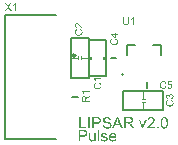
<source format=gto>
G04*
G04 #@! TF.GenerationSoftware,Altium Limited,Altium Designer,23.3.1 (30)*
G04*
G04 Layer_Color=65535*
%FSAX44Y44*%
%MOMM*%
G71*
G04*
G04 #@! TF.SameCoordinates,894D68D6-B316-49F2-8977-02A2DC980D77*
G04*
G04*
G04 #@! TF.FilePolarity,Positive*
G04*
G01*
G75*
%ADD10C,0.0000*%
%ADD11C,0.2540*%
%ADD12C,0.1016*%
%ADD13C,0.1270*%
%ADD14C,0.1500*%
%ADD15C,0.1300*%
G36*
X00473073Y00516635D02*
X00473263Y00516620D01*
X00473497Y00516591D01*
X00473731Y00516547D01*
X00473980Y00516488D01*
X00474214Y00516401D01*
X00474229D01*
X00474243Y00516386D01*
X00474316Y00516357D01*
X00474434Y00516298D01*
X00474565Y00516240D01*
X00474711Y00516137D01*
X00474872Y00516035D01*
X00475019Y00515903D01*
X00475136Y00515757D01*
X00475150Y00515742D01*
X00475180Y00515684D01*
X00475238Y00515596D01*
X00475311Y00515479D01*
X00475370Y00515333D01*
X00475443Y00515143D01*
X00475502Y00514938D01*
X00475560Y00514703D01*
X00474404Y00514543D01*
Y00514572D01*
X00474390Y00514630D01*
X00474360Y00514733D01*
X00474316Y00514850D01*
X00474258Y00514981D01*
X00474170Y00515113D01*
X00474068Y00515260D01*
X00473936Y00515377D01*
X00473921Y00515391D01*
X00473863Y00515420D01*
X00473775Y00515479D01*
X00473658Y00515537D01*
X00473512Y00515581D01*
X00473322Y00515640D01*
X00473117Y00515669D01*
X00472868Y00515684D01*
X00472736D01*
X00472590Y00515669D01*
X00472415Y00515654D01*
X00472224Y00515611D01*
X00472034Y00515567D01*
X00471844Y00515494D01*
X00471698Y00515406D01*
X00471683Y00515391D01*
X00471639Y00515362D01*
X00471595Y00515303D01*
X00471537Y00515230D01*
X00471464Y00515143D01*
X00471420Y00515025D01*
X00471376Y00514908D01*
X00471361Y00514777D01*
Y00514762D01*
Y00514733D01*
X00471376Y00514689D01*
Y00514630D01*
X00471420Y00514499D01*
X00471493Y00514352D01*
X00471507Y00514338D01*
X00471522Y00514323D01*
X00471610Y00514250D01*
X00471668Y00514192D01*
X00471741Y00514148D01*
X00471844Y00514089D01*
X00471946Y00514045D01*
X00471961D01*
X00471990Y00514030D01*
X00472049Y00514016D01*
X00472151Y00513987D01*
X00472283Y00513943D01*
X00472473Y00513884D01*
X00472707Y00513826D01*
X00472839Y00513782D01*
X00473000Y00513738D01*
X00473014D01*
X00473058Y00513723D01*
X00473117Y00513709D01*
X00473204Y00513679D01*
X00473307Y00513650D01*
X00473424Y00513621D01*
X00473687Y00513548D01*
X00473980Y00513460D01*
X00474273Y00513358D01*
X00474536Y00513270D01*
X00474653Y00513226D01*
X00474755Y00513182D01*
X00474785Y00513167D01*
X00474843Y00513138D01*
X00474931Y00513094D01*
X00475033Y00513036D01*
X00475165Y00512948D01*
X00475297Y00512831D01*
X00475414Y00512714D01*
X00475531Y00512567D01*
X00475545Y00512553D01*
X00475575Y00512494D01*
X00475619Y00512407D01*
X00475677Y00512290D01*
X00475736Y00512143D01*
X00475779Y00511968D01*
X00475809Y00511777D01*
X00475823Y00511558D01*
Y00511529D01*
Y00511456D01*
X00475809Y00511339D01*
X00475779Y00511207D01*
X00475736Y00511031D01*
X00475677Y00510841D01*
X00475589Y00510651D01*
X00475472Y00510446D01*
X00475458Y00510417D01*
X00475414Y00510358D01*
X00475326Y00510271D01*
X00475209Y00510154D01*
X00475077Y00510022D01*
X00474902Y00509890D01*
X00474697Y00509758D01*
X00474463Y00509641D01*
X00474434Y00509627D01*
X00474346Y00509598D01*
X00474214Y00509554D01*
X00474039Y00509510D01*
X00473819Y00509451D01*
X00473570Y00509407D01*
X00473292Y00509378D01*
X00473000Y00509363D01*
X00472868D01*
X00472780Y00509378D01*
X00472663D01*
X00472532Y00509393D01*
X00472224Y00509437D01*
X00471888Y00509495D01*
X00471551Y00509598D01*
X00471215Y00509729D01*
X00471068Y00509817D01*
X00470922Y00509919D01*
X00470908D01*
X00470893Y00509949D01*
X00470805Y00510022D01*
X00470688Y00510154D01*
X00470542Y00510344D01*
X00470396Y00510578D01*
X00470249Y00510870D01*
X00470117Y00511207D01*
X00470030Y00511602D01*
X00471200Y00511792D01*
Y00511777D01*
Y00511763D01*
X00471215Y00511675D01*
X00471259Y00511543D01*
X00471303Y00511382D01*
X00471376Y00511207D01*
X00471464Y00511031D01*
X00471595Y00510856D01*
X00471741Y00510695D01*
X00471756Y00510680D01*
X00471829Y00510636D01*
X00471932Y00510578D01*
X00472063Y00510519D01*
X00472254Y00510446D01*
X00472458Y00510388D01*
X00472722Y00510344D01*
X00473000Y00510329D01*
X00473131D01*
X00473278Y00510344D01*
X00473453Y00510373D01*
X00473658Y00510402D01*
X00473863Y00510461D01*
X00474053Y00510549D01*
X00474214Y00510651D01*
X00474229Y00510666D01*
X00474273Y00510709D01*
X00474346Y00510783D01*
X00474419Y00510870D01*
X00474477Y00510987D01*
X00474551Y00511134D01*
X00474594Y00511280D01*
X00474609Y00511441D01*
Y00511456D01*
Y00511514D01*
X00474594Y00511573D01*
X00474565Y00511675D01*
X00474521Y00511763D01*
X00474463Y00511880D01*
X00474375Y00511982D01*
X00474258Y00512070D01*
X00474243Y00512085D01*
X00474199Y00512099D01*
X00474126Y00512129D01*
X00474009Y00512187D01*
X00473848Y00512231D01*
X00473643Y00512304D01*
X00473512Y00512348D01*
X00473380Y00512377D01*
X00473219Y00512421D01*
X00473044Y00512465D01*
X00473029D01*
X00472985Y00512480D01*
X00472927Y00512494D01*
X00472839Y00512524D01*
X00472722Y00512553D01*
X00472605Y00512582D01*
X00472327Y00512670D01*
X00472034Y00512758D01*
X00471727Y00512845D01*
X00471449Y00512948D01*
X00471332Y00512992D01*
X00471229Y00513036D01*
X00471215Y00513050D01*
X00471142Y00513080D01*
X00471054Y00513138D01*
X00470951Y00513211D01*
X00470820Y00513299D01*
X00470703Y00513416D01*
X00470571Y00513548D01*
X00470469Y00513694D01*
X00470454Y00513709D01*
X00470425Y00513767D01*
X00470396Y00513855D01*
X00470352Y00513972D01*
X00470293Y00514104D01*
X00470264Y00514265D01*
X00470235Y00514440D01*
X00470220Y00514630D01*
Y00514645D01*
Y00514703D01*
X00470235Y00514806D01*
X00470249Y00514908D01*
X00470264Y00515040D01*
X00470308Y00515186D01*
X00470352Y00515347D01*
X00470425Y00515494D01*
X00470439Y00515508D01*
X00470469Y00515567D01*
X00470513Y00515640D01*
X00470586Y00515728D01*
X00470659Y00515830D01*
X00470761Y00515933D01*
X00470878Y00516049D01*
X00471010Y00516152D01*
X00471025Y00516167D01*
X00471068Y00516181D01*
X00471127Y00516225D01*
X00471215Y00516269D01*
X00471317Y00516328D01*
X00471449Y00516386D01*
X00471595Y00516445D01*
X00471756Y00516503D01*
X00471785D01*
X00471844Y00516532D01*
X00471932Y00516547D01*
X00472063Y00516576D01*
X00472224Y00516605D01*
X00472385Y00516620D01*
X00472575Y00516649D01*
X00472912D01*
X00473073Y00516635D01*
D02*
G37*
G36*
X00465670Y00509524D02*
X00464617D01*
Y00510534D01*
X00464602Y00510519D01*
X00464573Y00510490D01*
X00464529Y00510432D01*
X00464470Y00510358D01*
X00464382Y00510256D01*
X00464280Y00510168D01*
X00464163Y00510051D01*
X00464031Y00509949D01*
X00463885Y00509846D01*
X00463724Y00509729D01*
X00463534Y00509641D01*
X00463344Y00509554D01*
X00463124Y00509466D01*
X00462905Y00509407D01*
X00462656Y00509378D01*
X00462407Y00509363D01*
X00462305D01*
X00462188Y00509378D01*
X00462027Y00509393D01*
X00461851Y00509422D01*
X00461661Y00509466D01*
X00461456Y00509524D01*
X00461251Y00509598D01*
X00461222Y00509612D01*
X00461164Y00509641D01*
X00461076Y00509685D01*
X00460959Y00509758D01*
X00460827Y00509846D01*
X00460695Y00509949D01*
X00460578Y00510051D01*
X00460462Y00510183D01*
X00460447Y00510197D01*
X00460418Y00510241D01*
X00460374Y00510329D01*
X00460330Y00510432D01*
X00460257Y00510563D01*
X00460198Y00510709D01*
X00460140Y00510870D01*
X00460096Y00511061D01*
Y00511075D01*
X00460081Y00511134D01*
Y00511207D01*
X00460066Y00511324D01*
X00460052Y00511485D01*
Y00511675D01*
X00460037Y00511894D01*
Y00512158D01*
Y00516488D01*
X00461222D01*
Y00512611D01*
Y00512597D01*
Y00512567D01*
Y00512524D01*
Y00512465D01*
Y00512304D01*
X00461237Y00512114D01*
Y00511909D01*
X00461251Y00511704D01*
X00461266Y00511514D01*
X00461281Y00511368D01*
Y00511353D01*
X00461310Y00511295D01*
X00461339Y00511207D01*
X00461383Y00511105D01*
X00461442Y00510987D01*
X00461530Y00510856D01*
X00461632Y00510739D01*
X00461749Y00510636D01*
X00461764Y00510622D01*
X00461822Y00510592D01*
X00461895Y00510549D01*
X00461998Y00510505D01*
X00462129Y00510461D01*
X00462276Y00510417D01*
X00462451Y00510388D01*
X00462641Y00510373D01*
X00462729D01*
X00462832Y00510388D01*
X00462963Y00510402D01*
X00463110Y00510432D01*
X00463270Y00510490D01*
X00463446Y00510549D01*
X00463622Y00510636D01*
X00463636Y00510651D01*
X00463695Y00510695D01*
X00463783Y00510753D01*
X00463885Y00510841D01*
X00463987Y00510943D01*
X00464104Y00511075D01*
X00464192Y00511222D01*
X00464280Y00511382D01*
X00464295Y00511412D01*
X00464309Y00511470D01*
X00464338Y00511573D01*
X00464382Y00511734D01*
X00464426Y00511924D01*
X00464456Y00512158D01*
X00464470Y00512436D01*
X00464485Y00512743D01*
Y00516488D01*
X00465670D01*
Y00509524D01*
D02*
G37*
G36*
X00468684D02*
X00467499D01*
Y00519137D01*
X00468684D01*
Y00509524D01*
D02*
G37*
G36*
X00455414Y00519122D02*
X00455648Y00519107D01*
X00455897Y00519093D01*
X00456131Y00519063D01*
X00456336Y00519034D01*
X00456365D01*
X00456453Y00519005D01*
X00456584Y00518976D01*
X00456745Y00518932D01*
X00456936Y00518873D01*
X00457126Y00518800D01*
X00457331Y00518698D01*
X00457521Y00518581D01*
X00457535Y00518566D01*
X00457608Y00518522D01*
X00457696Y00518449D01*
X00457799Y00518346D01*
X00457916Y00518215D01*
X00458047Y00518054D01*
X00458179Y00517878D01*
X00458296Y00517659D01*
X00458311Y00517630D01*
X00458340Y00517556D01*
X00458384Y00517439D01*
X00458442Y00517279D01*
X00458501Y00517088D01*
X00458545Y00516869D01*
X00458574Y00516620D01*
X00458589Y00516357D01*
Y00516342D01*
Y00516298D01*
Y00516240D01*
X00458574Y00516152D01*
X00458559Y00516049D01*
X00458545Y00515918D01*
X00458530Y00515786D01*
X00458486Y00515640D01*
X00458399Y00515303D01*
X00458252Y00514967D01*
X00458164Y00514791D01*
X00458062Y00514616D01*
X00457945Y00514440D01*
X00457799Y00514279D01*
X00457784Y00514265D01*
X00457755Y00514250D01*
X00457711Y00514206D01*
X00457652Y00514148D01*
X00457550Y00514089D01*
X00457448Y00514016D01*
X00457316Y00513943D01*
X00457155Y00513870D01*
X00456979Y00513782D01*
X00456775Y00513709D01*
X00456540Y00513635D01*
X00456292Y00513577D01*
X00455999Y00513518D01*
X00455692Y00513475D01*
X00455355Y00513460D01*
X00454990Y00513445D01*
X00452532D01*
Y00509524D01*
X00451259D01*
Y00519137D01*
X00455195D01*
X00455414Y00519122D01*
D02*
G37*
G36*
X00480300Y00516635D02*
X00480417Y00516620D01*
X00480564Y00516605D01*
X00480710Y00516576D01*
X00480886Y00516532D01*
X00481237Y00516415D01*
X00481427Y00516342D01*
X00481617Y00516240D01*
X00481807Y00516137D01*
X00481997Y00516006D01*
X00482173Y00515859D01*
X00482349Y00515684D01*
X00482363Y00515669D01*
X00482392Y00515640D01*
X00482436Y00515581D01*
X00482495Y00515508D01*
X00482553Y00515406D01*
X00482626Y00515289D01*
X00482714Y00515157D01*
X00482802Y00514996D01*
X00482875Y00514806D01*
X00482963Y00514616D01*
X00483036Y00514396D01*
X00483109Y00514148D01*
X00483153Y00513899D01*
X00483197Y00513621D01*
X00483226Y00513328D01*
X00483241Y00513006D01*
Y00512992D01*
Y00512933D01*
Y00512831D01*
X00483226Y00512699D01*
X00478047D01*
Y00512685D01*
Y00512655D01*
X00478062Y00512582D01*
Y00512509D01*
X00478077Y00512407D01*
X00478091Y00512304D01*
X00478150Y00512041D01*
X00478237Y00511763D01*
X00478340Y00511470D01*
X00478501Y00511178D01*
X00478691Y00510929D01*
X00478720Y00510900D01*
X00478793Y00510841D01*
X00478925Y00510739D01*
X00479086Y00510636D01*
X00479305Y00510519D01*
X00479554Y00510417D01*
X00479832Y00510358D01*
X00480139Y00510329D01*
X00480256D01*
X00480373Y00510344D01*
X00480520Y00510373D01*
X00480695Y00510417D01*
X00480886Y00510475D01*
X00481076Y00510549D01*
X00481251Y00510666D01*
X00481266Y00510680D01*
X00481324Y00510739D01*
X00481412Y00510812D01*
X00481515Y00510943D01*
X00481632Y00511090D01*
X00481749Y00511280D01*
X00481866Y00511514D01*
X00481983Y00511777D01*
X00483197Y00511617D01*
Y00511602D01*
X00483182Y00511573D01*
X00483168Y00511514D01*
X00483139Y00511441D01*
X00483109Y00511353D01*
X00483065Y00511251D01*
X00482948Y00511002D01*
X00482802Y00510739D01*
X00482626Y00510461D01*
X00482392Y00510183D01*
X00482129Y00509949D01*
X00482114D01*
X00482100Y00509919D01*
X00482056Y00509890D01*
X00481983Y00509861D01*
X00481910Y00509817D01*
X00481822Y00509758D01*
X00481719Y00509715D01*
X00481588Y00509656D01*
X00481310Y00509554D01*
X00480959Y00509451D01*
X00480578Y00509393D01*
X00480139Y00509363D01*
X00479993D01*
X00479891Y00509378D01*
X00479759Y00509393D01*
X00479613Y00509407D01*
X00479452Y00509437D01*
X00479262Y00509481D01*
X00478881Y00509598D01*
X00478676Y00509671D01*
X00478486Y00509758D01*
X00478281Y00509861D01*
X00478091Y00509993D01*
X00477901Y00510139D01*
X00477725Y00510300D01*
X00477711Y00510314D01*
X00477681Y00510344D01*
X00477638Y00510402D01*
X00477594Y00510475D01*
X00477520Y00510563D01*
X00477447Y00510680D01*
X00477360Y00510826D01*
X00477286Y00510987D01*
X00477199Y00511163D01*
X00477111Y00511353D01*
X00477038Y00511573D01*
X00476979Y00511807D01*
X00476921Y00512055D01*
X00476877Y00512333D01*
X00476847Y00512626D01*
X00476833Y00512933D01*
Y00512948D01*
Y00513006D01*
Y00513109D01*
X00476847Y00513226D01*
X00476862Y00513372D01*
X00476877Y00513548D01*
X00476906Y00513738D01*
X00476950Y00513943D01*
X00477052Y00514382D01*
X00477126Y00514601D01*
X00477213Y00514835D01*
X00477316Y00515055D01*
X00477433Y00515274D01*
X00477564Y00515479D01*
X00477725Y00515669D01*
X00477740Y00515684D01*
X00477769Y00515713D01*
X00477813Y00515757D01*
X00477886Y00515830D01*
X00477974Y00515903D01*
X00478091Y00515976D01*
X00478208Y00516064D01*
X00478354Y00516167D01*
X00478515Y00516254D01*
X00478691Y00516342D01*
X00478881Y00516415D01*
X00479101Y00516503D01*
X00479320Y00516562D01*
X00479554Y00516605D01*
X00479803Y00516635D01*
X00480066Y00516649D01*
X00480198D01*
X00480300Y00516635D01*
D02*
G37*
G36*
X00475432Y00530202D02*
X00475534D01*
X00475783Y00530173D01*
X00476075Y00530129D01*
X00476397Y00530071D01*
X00476719Y00529983D01*
X00477026Y00529866D01*
X00477041D01*
X00477056Y00529851D01*
X00477099Y00529837D01*
X00477158Y00529807D01*
X00477304Y00529720D01*
X00477494Y00529617D01*
X00477699Y00529471D01*
X00477904Y00529295D01*
X00478109Y00529090D01*
X00478284Y00528856D01*
X00478299Y00528827D01*
X00478358Y00528739D01*
X00478431Y00528593D01*
X00478504Y00528418D01*
X00478592Y00528198D01*
X00478680Y00527935D01*
X00478738Y00527657D01*
X00478767Y00527350D01*
X00477553Y00527262D01*
Y00527276D01*
Y00527306D01*
X00477538Y00527350D01*
X00477524Y00527408D01*
X00477494Y00527569D01*
X00477436Y00527774D01*
X00477348Y00527993D01*
X00477231Y00528213D01*
X00477070Y00528432D01*
X00476880Y00528622D01*
X00476851Y00528637D01*
X00476778Y00528695D01*
X00476646Y00528769D01*
X00476470Y00528856D01*
X00476236Y00528944D01*
X00475944Y00529017D01*
X00475607Y00529076D01*
X00475212Y00529090D01*
X00475022D01*
X00474934Y00529076D01*
X00474817D01*
X00474568Y00529032D01*
X00474290Y00528988D01*
X00474012Y00528915D01*
X00473749Y00528812D01*
X00473632Y00528739D01*
X00473530Y00528666D01*
X00473515Y00528652D01*
X00473456Y00528593D01*
X00473369Y00528505D01*
X00473281Y00528374D01*
X00473178Y00528227D01*
X00473105Y00528052D01*
X00473047Y00527862D01*
X00473018Y00527642D01*
Y00527613D01*
Y00527554D01*
X00473032Y00527452D01*
X00473061Y00527335D01*
X00473105Y00527203D01*
X00473178Y00527057D01*
X00473266Y00526925D01*
X00473383Y00526794D01*
X00473398Y00526779D01*
X00473471Y00526735D01*
X00473515Y00526706D01*
X00473573Y00526662D01*
X00473661Y00526633D01*
X00473764Y00526589D01*
X00473881Y00526530D01*
X00474012Y00526472D01*
X00474159Y00526428D01*
X00474334Y00526369D01*
X00474539Y00526296D01*
X00474759Y00526238D01*
X00475007Y00526179D01*
X00475285Y00526106D01*
X00475300D01*
X00475358Y00526091D01*
X00475432Y00526077D01*
X00475534Y00526047D01*
X00475666Y00526018D01*
X00475812Y00525974D01*
X00476134Y00525901D01*
X00476485Y00525799D01*
X00476836Y00525696D01*
X00477012Y00525652D01*
X00477158Y00525594D01*
X00477304Y00525535D01*
X00477421Y00525491D01*
X00477436D01*
X00477465Y00525477D01*
X00477494Y00525448D01*
X00477553Y00525418D01*
X00477699Y00525331D01*
X00477890Y00525228D01*
X00478094Y00525082D01*
X00478299Y00524906D01*
X00478489Y00524716D01*
X00478650Y00524511D01*
X00478665Y00524482D01*
X00478709Y00524409D01*
X00478782Y00524292D01*
X00478855Y00524116D01*
X00478928Y00523926D01*
X00479001Y00523692D01*
X00479045Y00523428D01*
X00479060Y00523150D01*
Y00523136D01*
Y00523121D01*
Y00523077D01*
Y00523019D01*
X00479031Y00522873D01*
X00479001Y00522682D01*
X00478957Y00522463D01*
X00478870Y00522214D01*
X00478767Y00521951D01*
X00478621Y00521702D01*
X00478606Y00521673D01*
X00478533Y00521585D01*
X00478445Y00521468D01*
X00478299Y00521322D01*
X00478124Y00521146D01*
X00477904Y00520971D01*
X00477641Y00520810D01*
X00477348Y00520649D01*
X00477333D01*
X00477304Y00520634D01*
X00477260Y00520620D01*
X00477202Y00520590D01*
X00477129Y00520561D01*
X00477041Y00520532D01*
X00476807Y00520473D01*
X00476544Y00520400D01*
X00476222Y00520341D01*
X00475885Y00520298D01*
X00475505Y00520283D01*
X00475285D01*
X00475183Y00520298D01*
X00475051D01*
X00474905Y00520312D01*
X00474744Y00520327D01*
X00474407Y00520371D01*
X00474042Y00520444D01*
X00473676Y00520532D01*
X00473325Y00520649D01*
X00473310D01*
X00473281Y00520663D01*
X00473237Y00520693D01*
X00473178Y00520722D01*
X00473018Y00520810D01*
X00472827Y00520941D01*
X00472593Y00521102D01*
X00472374Y00521292D01*
X00472140Y00521527D01*
X00471935Y00521790D01*
Y00521805D01*
X00471920Y00521819D01*
X00471891Y00521863D01*
X00471862Y00521922D01*
X00471818Y00521995D01*
X00471774Y00522082D01*
X00471686Y00522302D01*
X00471598Y00522551D01*
X00471511Y00522858D01*
X00471452Y00523180D01*
X00471423Y00523531D01*
X00472622Y00523633D01*
Y00523619D01*
Y00523604D01*
X00472637Y00523516D01*
X00472666Y00523385D01*
X00472696Y00523209D01*
X00472754Y00523019D01*
X00472813Y00522814D01*
X00472901Y00522624D01*
X00473003Y00522434D01*
X00473018Y00522419D01*
X00473061Y00522360D01*
X00473135Y00522273D01*
X00473252Y00522170D01*
X00473383Y00522053D01*
X00473544Y00521922D01*
X00473749Y00521805D01*
X00473969Y00521688D01*
X00473983D01*
X00473998Y00521673D01*
X00474086Y00521644D01*
X00474217Y00521600D01*
X00474407Y00521556D01*
X00474612Y00521497D01*
X00474876Y00521453D01*
X00475154Y00521424D01*
X00475446Y00521409D01*
X00475563D01*
X00475709Y00521424D01*
X00475871Y00521439D01*
X00476075Y00521453D01*
X00476280Y00521497D01*
X00476500Y00521541D01*
X00476719Y00521614D01*
X00476748Y00521629D01*
X00476807Y00521658D01*
X00476909Y00521702D01*
X00477026Y00521775D01*
X00477173Y00521863D01*
X00477304Y00521965D01*
X00477436Y00522082D01*
X00477553Y00522214D01*
X00477568Y00522229D01*
X00477597Y00522287D01*
X00477641Y00522360D01*
X00477699Y00522463D01*
X00477743Y00522580D01*
X00477787Y00522726D01*
X00477816Y00522873D01*
X00477831Y00523033D01*
Y00523048D01*
Y00523107D01*
X00477816Y00523194D01*
X00477802Y00523297D01*
X00477772Y00523428D01*
X00477714Y00523560D01*
X00477655Y00523692D01*
X00477568Y00523824D01*
X00477553Y00523838D01*
X00477524Y00523882D01*
X00477451Y00523941D01*
X00477363Y00524028D01*
X00477246Y00524116D01*
X00477099Y00524204D01*
X00476909Y00524306D01*
X00476704Y00524394D01*
X00476690Y00524409D01*
X00476631Y00524423D01*
X00476514Y00524453D01*
X00476441Y00524482D01*
X00476353Y00524511D01*
X00476236Y00524540D01*
X00476119Y00524570D01*
X00475973Y00524614D01*
X00475827Y00524658D01*
X00475651Y00524701D01*
X00475446Y00524745D01*
X00475227Y00524804D01*
X00474993Y00524862D01*
X00474978D01*
X00474934Y00524877D01*
X00474861Y00524892D01*
X00474773Y00524921D01*
X00474671Y00524950D01*
X00474554Y00524979D01*
X00474276Y00525052D01*
X00473969Y00525155D01*
X00473661Y00525257D01*
X00473383Y00525360D01*
X00473252Y00525404D01*
X00473149Y00525462D01*
X00473135D01*
X00473120Y00525477D01*
X00473032Y00525535D01*
X00472915Y00525608D01*
X00472769Y00525711D01*
X00472593Y00525843D01*
X00472432Y00525989D01*
X00472271Y00526164D01*
X00472125Y00526355D01*
X00472110Y00526384D01*
X00472067Y00526457D01*
X00472023Y00526559D01*
X00471964Y00526706D01*
X00471891Y00526881D01*
X00471847Y00527086D01*
X00471803Y00527320D01*
X00471789Y00527554D01*
Y00527569D01*
Y00527584D01*
Y00527627D01*
Y00527686D01*
X00471818Y00527818D01*
X00471847Y00527993D01*
X00471891Y00528213D01*
X00471964Y00528432D01*
X00472067Y00528681D01*
X00472198Y00528915D01*
Y00528929D01*
X00472213Y00528944D01*
X00472271Y00529017D01*
X00472374Y00529134D01*
X00472505Y00529281D01*
X00472666Y00529427D01*
X00472871Y00529588D01*
X00473120Y00529749D01*
X00473398Y00529880D01*
X00473413D01*
X00473427Y00529895D01*
X00473471Y00529910D01*
X00473544Y00529939D01*
X00473617Y00529954D01*
X00473705Y00529983D01*
X00473910Y00530056D01*
X00474173Y00530115D01*
X00474466Y00530159D01*
X00474803Y00530202D01*
X00475154Y00530217D01*
X00475329D01*
X00475432Y00530202D01*
D02*
G37*
G36*
X00506053Y00520444D02*
X00504941D01*
X00502293Y00527408D01*
X00503537D01*
X00505029Y00523224D01*
X00505043Y00523194D01*
X00505073Y00523107D01*
X00505117Y00522975D01*
X00505175Y00522799D01*
X00505248Y00522595D01*
X00505322Y00522360D01*
X00505409Y00522097D01*
X00505482Y00521834D01*
X00505497Y00521863D01*
X00505512Y00521936D01*
X00505556Y00522053D01*
X00505599Y00522200D01*
X00505658Y00522390D01*
X00505731Y00522624D01*
X00505819Y00522873D01*
X00505921Y00523150D01*
X00507472Y00527408D01*
X00508686D01*
X00506053Y00520444D01*
D02*
G37*
G36*
X00518869D02*
X00517523D01*
Y00521790D01*
X00518869D01*
Y00520444D01*
D02*
G37*
G36*
X00512812Y00530085D02*
X00512929Y00530071D01*
X00513061Y00530056D01*
X00513207Y00530042D01*
X00513368Y00529998D01*
X00513719Y00529910D01*
X00514085Y00529778D01*
X00514275Y00529690D01*
X00514451Y00529588D01*
X00514612Y00529456D01*
X00514773Y00529325D01*
X00514787Y00529310D01*
X00514802Y00529295D01*
X00514846Y00529251D01*
X00514904Y00529193D01*
X00514963Y00529105D01*
X00515036Y00529017D01*
X00515182Y00528798D01*
X00515329Y00528520D01*
X00515460Y00528198D01*
X00515563Y00527832D01*
X00515577Y00527627D01*
X00515592Y00527423D01*
Y00527393D01*
Y00527320D01*
X00515577Y00527203D01*
X00515563Y00527057D01*
X00515533Y00526881D01*
X00515490Y00526691D01*
X00515431Y00526486D01*
X00515343Y00526281D01*
X00515329Y00526252D01*
X00515299Y00526179D01*
X00515241Y00526077D01*
X00515153Y00525930D01*
X00515051Y00525755D01*
X00514919Y00525550D01*
X00514743Y00525345D01*
X00514553Y00525111D01*
X00514524Y00525082D01*
X00514451Y00524994D01*
X00514319Y00524862D01*
X00514231Y00524775D01*
X00514129Y00524672D01*
X00514012Y00524555D01*
X00513866Y00524423D01*
X00513719Y00524292D01*
X00513558Y00524131D01*
X00513383Y00523970D01*
X00513178Y00523794D01*
X00512973Y00523619D01*
X00512739Y00523414D01*
X00512724Y00523399D01*
X00512695Y00523370D01*
X00512637Y00523326D01*
X00512564Y00523268D01*
X00512388Y00523121D01*
X00512169Y00522931D01*
X00511949Y00522726D01*
X00511715Y00522521D01*
X00511525Y00522346D01*
X00511452Y00522273D01*
X00511379Y00522200D01*
X00511364Y00522185D01*
X00511335Y00522141D01*
X00511276Y00522082D01*
X00511203Y00521995D01*
X00511042Y00521805D01*
X00510881Y00521571D01*
X00515607D01*
Y00520444D01*
X00509242D01*
Y00520458D01*
Y00520517D01*
Y00520605D01*
X00509257Y00520707D01*
X00509272Y00520824D01*
X00509286Y00520956D01*
X00509330Y00521102D01*
X00509374Y00521249D01*
Y00521263D01*
X00509389Y00521278D01*
X00509418Y00521366D01*
X00509477Y00521483D01*
X00509564Y00521658D01*
X00509667Y00521848D01*
X00509813Y00522068D01*
X00509959Y00522287D01*
X00510149Y00522521D01*
Y00522536D01*
X00510179Y00522551D01*
X00510252Y00522639D01*
X00510369Y00522770D01*
X00510545Y00522946D01*
X00510764Y00523150D01*
X00511027Y00523399D01*
X00511349Y00523677D01*
X00511700Y00523984D01*
X00511715Y00523999D01*
X00511773Y00524043D01*
X00511847Y00524101D01*
X00511949Y00524204D01*
X00512081Y00524306D01*
X00512227Y00524438D01*
X00512549Y00524716D01*
X00512900Y00525052D01*
X00513251Y00525389D01*
X00513427Y00525550D01*
X00513573Y00525711D01*
X00513705Y00525872D01*
X00513822Y00526018D01*
Y00526033D01*
X00513851Y00526047D01*
X00513880Y00526091D01*
X00513909Y00526150D01*
X00513997Y00526296D01*
X00514100Y00526486D01*
X00514202Y00526706D01*
X00514290Y00526940D01*
X00514348Y00527203D01*
X00514378Y00527452D01*
Y00527467D01*
Y00527481D01*
X00514363Y00527569D01*
X00514348Y00527701D01*
X00514319Y00527862D01*
X00514246Y00528052D01*
X00514158Y00528242D01*
X00514041Y00528447D01*
X00513866Y00528637D01*
X00513836Y00528652D01*
X00513778Y00528710D01*
X00513661Y00528783D01*
X00513515Y00528886D01*
X00513324Y00528973D01*
X00513105Y00529047D01*
X00512841Y00529105D01*
X00512549Y00529120D01*
X00512461D01*
X00512403Y00529105D01*
X00512256Y00529090D01*
X00512066Y00529061D01*
X00511847Y00528988D01*
X00511613Y00528900D01*
X00511393Y00528769D01*
X00511188Y00528593D01*
X00511174Y00528564D01*
X00511115Y00528505D01*
X00511027Y00528388D01*
X00510939Y00528227D01*
X00510837Y00528022D01*
X00510764Y00527788D01*
X00510705Y00527510D01*
X00510676Y00527188D01*
X00509462Y00527320D01*
Y00527335D01*
Y00527379D01*
X00509477Y00527452D01*
X00509491Y00527540D01*
X00509520Y00527657D01*
X00509535Y00527788D01*
X00509623Y00528081D01*
X00509740Y00528418D01*
X00509901Y00528754D01*
X00510120Y00529090D01*
X00510237Y00529237D01*
X00510384Y00529383D01*
X00510398Y00529398D01*
X00510428Y00529412D01*
X00510471Y00529456D01*
X00510530Y00529500D01*
X00510618Y00529544D01*
X00510720Y00529617D01*
X00510837Y00529676D01*
X00510969Y00529749D01*
X00511115Y00529807D01*
X00511276Y00529880D01*
X00511466Y00529939D01*
X00511656Y00529983D01*
X00512095Y00530071D01*
X00512329Y00530085D01*
X00512578Y00530100D01*
X00512710D01*
X00512812Y00530085D01*
D02*
G37*
G36*
X00494349Y00530042D02*
X00494466D01*
X00494758Y00530027D01*
X00495066Y00529998D01*
X00495387Y00529939D01*
X00495695Y00529880D01*
X00495841Y00529837D01*
X00495973Y00529793D01*
X00495987D01*
X00496002Y00529778D01*
X00496090Y00529749D01*
X00496207Y00529676D01*
X00496353Y00529573D01*
X00496529Y00529456D01*
X00496704Y00529295D01*
X00496880Y00529105D01*
X00497041Y00528871D01*
X00497055Y00528842D01*
X00497099Y00528754D01*
X00497172Y00528622D01*
X00497245Y00528447D01*
X00497319Y00528227D01*
X00497392Y00527979D01*
X00497436Y00527715D01*
X00497450Y00527423D01*
Y00527408D01*
Y00527379D01*
Y00527320D01*
X00497436Y00527247D01*
Y00527159D01*
X00497421Y00527057D01*
X00497363Y00526823D01*
X00497289Y00526545D01*
X00497172Y00526267D01*
X00496997Y00525974D01*
X00496894Y00525828D01*
X00496777Y00525696D01*
X00496748Y00525667D01*
X00496704Y00525638D01*
X00496660Y00525579D01*
X00496587Y00525535D01*
X00496499Y00525462D01*
X00496397Y00525404D01*
X00496280Y00525331D01*
X00496148Y00525257D01*
X00495987Y00525184D01*
X00495826Y00525111D01*
X00495636Y00525038D01*
X00495446Y00524965D01*
X00495227Y00524906D01*
X00494992Y00524862D01*
X00494744Y00524818D01*
X00494773Y00524804D01*
X00494832Y00524775D01*
X00494919Y00524731D01*
X00495022Y00524672D01*
X00495270Y00524511D01*
X00495402Y00524423D01*
X00495504Y00524336D01*
X00495534Y00524306D01*
X00495607Y00524248D01*
X00495709Y00524131D01*
X00495841Y00523984D01*
X00496002Y00523794D01*
X00496177Y00523575D01*
X00496368Y00523326D01*
X00496558Y00523048D01*
X00498226Y00520444D01*
X00496631D01*
X00495358Y00522434D01*
Y00522448D01*
X00495329Y00522477D01*
X00495300Y00522521D01*
X00495270Y00522580D01*
X00495168Y00522726D01*
X00495036Y00522916D01*
X00494890Y00523136D01*
X00494729Y00523355D01*
X00494583Y00523560D01*
X00494436Y00523750D01*
X00494422Y00523765D01*
X00494378Y00523824D01*
X00494305Y00523911D01*
X00494232Y00524014D01*
X00494012Y00524219D01*
X00493910Y00524321D01*
X00493793Y00524394D01*
X00493778Y00524409D01*
X00493749Y00524423D01*
X00493690Y00524453D01*
X00493617Y00524496D01*
X00493442Y00524584D01*
X00493222Y00524658D01*
X00493208D01*
X00493178Y00524672D01*
X00493120D01*
X00493047Y00524687D01*
X00492944Y00524701D01*
X00492827D01*
X00492681Y00524716D01*
X00491042D01*
Y00520444D01*
X00489769D01*
Y00530056D01*
X00494232D01*
X00494349Y00530042D01*
D02*
G37*
G36*
X00488716Y00520444D02*
X00487282D01*
X00486170Y00523355D01*
X00482132D01*
X00481093Y00520444D01*
X00479748D01*
X00483420Y00530056D01*
X00484810D01*
X00488716Y00520444D01*
D02*
G37*
G36*
X00467048Y00530042D02*
X00467282Y00530027D01*
X00467531Y00530012D01*
X00467765Y00529983D01*
X00467970Y00529954D01*
X00467999D01*
X00468087Y00529924D01*
X00468219Y00529895D01*
X00468380Y00529851D01*
X00468570Y00529793D01*
X00468760Y00529720D01*
X00468965Y00529617D01*
X00469155Y00529500D01*
X00469170Y00529486D01*
X00469243Y00529442D01*
X00469331Y00529369D01*
X00469433Y00529266D01*
X00469550Y00529134D01*
X00469682Y00528973D01*
X00469813Y00528798D01*
X00469930Y00528578D01*
X00469945Y00528549D01*
X00469974Y00528476D01*
X00470018Y00528359D01*
X00470077Y00528198D01*
X00470135Y00528008D01*
X00470179Y00527788D01*
X00470209Y00527540D01*
X00470223Y00527276D01*
Y00527262D01*
Y00527218D01*
Y00527159D01*
X00470209Y00527071D01*
X00470194Y00526969D01*
X00470179Y00526837D01*
X00470165Y00526706D01*
X00470121Y00526559D01*
X00470033Y00526223D01*
X00469887Y00525886D01*
X00469799Y00525711D01*
X00469696Y00525535D01*
X00469579Y00525360D01*
X00469433Y00525199D01*
X00469418Y00525184D01*
X00469389Y00525169D01*
X00469345Y00525126D01*
X00469287Y00525067D01*
X00469184Y00525009D01*
X00469082Y00524935D01*
X00468950Y00524862D01*
X00468789Y00524789D01*
X00468614Y00524701D01*
X00468409Y00524628D01*
X00468175Y00524555D01*
X00467926Y00524496D01*
X00467634Y00524438D01*
X00467326Y00524394D01*
X00466990Y00524380D01*
X00466624Y00524365D01*
X00464166D01*
Y00520444D01*
X00462893D01*
Y00530056D01*
X00466829D01*
X00467048Y00530042D01*
D02*
G37*
G36*
X00460655Y00520444D02*
X00459382D01*
Y00530056D01*
X00460655D01*
Y00520444D01*
D02*
G37*
G36*
X00452915Y00521571D02*
X00457641D01*
Y00520444D01*
X00451642D01*
Y00530056D01*
X00452915D01*
Y00521571D01*
D02*
G37*
G36*
X00524005Y00530085D02*
X00524180Y00530056D01*
X00524385Y00530027D01*
X00524619Y00529968D01*
X00524853Y00529881D01*
X00525073Y00529778D01*
X00525102Y00529763D01*
X00525175Y00529720D01*
X00525277Y00529646D01*
X00525424Y00529559D01*
X00525570Y00529427D01*
X00525731Y00529266D01*
X00525892Y00529090D01*
X00526038Y00528886D01*
X00526053Y00528856D01*
X00526097Y00528783D01*
X00526170Y00528652D01*
X00526258Y00528491D01*
X00526345Y00528286D01*
X00526448Y00528037D01*
X00526550Y00527759D01*
X00526638Y00527452D01*
Y00527437D01*
X00526653Y00527408D01*
Y00527364D01*
X00526667Y00527291D01*
X00526697Y00527218D01*
X00526711Y00527115D01*
X00526726Y00526984D01*
X00526755Y00526852D01*
X00526770Y00526691D01*
X00526784Y00526530D01*
X00526814Y00526340D01*
X00526828Y00526135D01*
X00526843Y00525916D01*
Y00525696D01*
X00526857Y00525184D01*
Y00525170D01*
Y00525111D01*
Y00525023D01*
Y00524906D01*
X00526843Y00524760D01*
Y00524599D01*
X00526828Y00524409D01*
X00526814Y00524204D01*
X00526770Y00523765D01*
X00526711Y00523312D01*
X00526623Y00522858D01*
X00526565Y00522653D01*
X00526506Y00522448D01*
Y00522434D01*
X00526492Y00522404D01*
X00526477Y00522346D01*
X00526448Y00522273D01*
X00526404Y00522185D01*
X00526360Y00522097D01*
X00526243Y00521863D01*
X00526097Y00521600D01*
X00525921Y00521336D01*
X00525716Y00521073D01*
X00525467Y00520839D01*
X00525453D01*
X00525438Y00520810D01*
X00525394Y00520795D01*
X00525350Y00520751D01*
X00525190Y00520663D01*
X00524999Y00520561D01*
X00524736Y00520459D01*
X00524443Y00520371D01*
X00524107Y00520312D01*
X00523727Y00520283D01*
X00523595D01*
X00523492Y00520298D01*
X00523375Y00520312D01*
X00523244Y00520341D01*
X00523097Y00520371D01*
X00522937Y00520400D01*
X00522585Y00520517D01*
X00522395Y00520605D01*
X00522220Y00520693D01*
X00522029Y00520810D01*
X00521854Y00520941D01*
X00521693Y00521088D01*
X00521532Y00521263D01*
X00521517Y00521278D01*
X00521488Y00521322D01*
X00521444Y00521395D01*
X00521386Y00521497D01*
X00521312Y00521629D01*
X00521239Y00521790D01*
X00521152Y00521980D01*
X00521064Y00522214D01*
X00520976Y00522463D01*
X00520888Y00522756D01*
X00520815Y00523077D01*
X00520742Y00523428D01*
X00520683Y00523824D01*
X00520639Y00524233D01*
X00520610Y00524701D01*
X00520596Y00525184D01*
Y00525199D01*
Y00525257D01*
Y00525345D01*
Y00525462D01*
X00520610Y00525608D01*
Y00525769D01*
X00520625Y00525960D01*
X00520639Y00526164D01*
X00520683Y00526603D01*
X00520742Y00527057D01*
X00520815Y00527510D01*
X00520874Y00527715D01*
X00520932Y00527920D01*
Y00527935D01*
X00520947Y00527964D01*
X00520976Y00528022D01*
X00521005Y00528096D01*
X00521035Y00528183D01*
X00521078Y00528286D01*
X00521195Y00528520D01*
X00521342Y00528783D01*
X00521517Y00529047D01*
X00521722Y00529295D01*
X00521971Y00529529D01*
X00521986D01*
X00522000Y00529559D01*
X00522044Y00529588D01*
X00522103Y00529617D01*
X00522249Y00529705D01*
X00522454Y00529822D01*
X00522702Y00529924D01*
X00523010Y00530012D01*
X00523346Y00530071D01*
X00523727Y00530100D01*
X00523858D01*
X00524005Y00530085D01*
D02*
G37*
G36*
X00454454Y00605264D02*
X00454444D01*
X00454405D01*
X00454347D01*
X00454278Y00605274D01*
X00454200Y00605284D01*
X00454113Y00605294D01*
X00454015Y00605323D01*
X00453918Y00605352D01*
X00453908D01*
X00453898Y00605362D01*
X00453839Y00605381D01*
X00453761Y00605420D01*
X00453644Y00605479D01*
X00453518Y00605547D01*
X00453371Y00605645D01*
X00453225Y00605742D01*
X00453069Y00605869D01*
X00453059D01*
X00453050Y00605889D01*
X00452991Y00605937D01*
X00452903Y00606015D01*
X00452786Y00606132D01*
X00452650Y00606279D01*
X00452484Y00606454D01*
X00452299Y00606669D01*
X00452094Y00606903D01*
X00452084Y00606913D01*
X00452055Y00606952D01*
X00452016Y00607001D01*
X00451947Y00607069D01*
X00451879Y00607156D01*
X00451791Y00607254D01*
X00451606Y00607469D01*
X00451382Y00607703D01*
X00451157Y00607937D01*
X00451050Y00608054D01*
X00450943Y00608151D01*
X00450835Y00608239D01*
X00450738Y00608317D01*
X00450728D01*
X00450718Y00608337D01*
X00450689Y00608356D01*
X00450650Y00608376D01*
X00450553Y00608434D01*
X00450426Y00608503D01*
X00450280Y00608571D01*
X00450123Y00608629D01*
X00449948Y00608668D01*
X00449782Y00608688D01*
X00449772D01*
X00449762D01*
X00449704Y00608678D01*
X00449616Y00608668D01*
X00449509Y00608649D01*
X00449382Y00608600D01*
X00449255Y00608542D01*
X00449119Y00608464D01*
X00448992Y00608346D01*
X00448982Y00608327D01*
X00448943Y00608288D01*
X00448895Y00608210D01*
X00448826Y00608112D01*
X00448768Y00607986D01*
X00448719Y00607839D01*
X00448680Y00607664D01*
X00448670Y00607469D01*
Y00607410D01*
X00448680Y00607371D01*
X00448690Y00607274D01*
X00448709Y00607147D01*
X00448758Y00607001D01*
X00448816Y00606844D01*
X00448904Y00606698D01*
X00449021Y00606562D01*
X00449041Y00606552D01*
X00449080Y00606513D01*
X00449158Y00606454D01*
X00449265Y00606396D01*
X00449402Y00606328D01*
X00449558Y00606279D01*
X00449743Y00606240D01*
X00449958Y00606220D01*
X00449870Y00605411D01*
X00449860D01*
X00449831D01*
X00449782Y00605420D01*
X00449724Y00605430D01*
X00449646Y00605450D01*
X00449558Y00605459D01*
X00449363Y00605518D01*
X00449138Y00605596D01*
X00448914Y00605703D01*
X00448690Y00605850D01*
X00448592Y00605928D01*
X00448495Y00606025D01*
X00448485Y00606035D01*
X00448475Y00606054D01*
X00448446Y00606084D01*
X00448416Y00606123D01*
X00448387Y00606181D01*
X00448339Y00606250D01*
X00448299Y00606328D01*
X00448251Y00606415D01*
X00448212Y00606513D01*
X00448163Y00606620D01*
X00448124Y00606747D01*
X00448095Y00606874D01*
X00448036Y00607166D01*
X00448026Y00607322D01*
X00448017Y00607488D01*
Y00607576D01*
X00448026Y00607644D01*
X00448036Y00607722D01*
X00448046Y00607810D01*
X00448056Y00607908D01*
X00448085Y00608015D01*
X00448143Y00608249D01*
X00448231Y00608493D01*
X00448290Y00608620D01*
X00448358Y00608737D01*
X00448446Y00608844D01*
X00448534Y00608951D01*
X00448543Y00608961D01*
X00448553Y00608971D01*
X00448582Y00609000D01*
X00448621Y00609039D01*
X00448680Y00609078D01*
X00448738Y00609127D01*
X00448885Y00609224D01*
X00449070Y00609322D01*
X00449285Y00609410D01*
X00449528Y00609478D01*
X00449665Y00609488D01*
X00449801Y00609497D01*
X00449821D01*
X00449870D01*
X00449948Y00609488D01*
X00450045Y00609478D01*
X00450162Y00609458D01*
X00450289Y00609429D01*
X00450426Y00609390D01*
X00450562Y00609332D01*
X00450582Y00609322D01*
X00450631Y00609302D01*
X00450699Y00609263D01*
X00450796Y00609205D01*
X00450913Y00609137D01*
X00451050Y00609049D01*
X00451186Y00608932D01*
X00451343Y00608805D01*
X00451362Y00608785D01*
X00451421Y00608737D01*
X00451508Y00608649D01*
X00451567Y00608590D01*
X00451635Y00608522D01*
X00451713Y00608444D01*
X00451801Y00608346D01*
X00451889Y00608249D01*
X00451996Y00608142D01*
X00452103Y00608025D01*
X00452220Y00607888D01*
X00452337Y00607752D01*
X00452474Y00607595D01*
X00452484Y00607586D01*
X00452503Y00607566D01*
X00452533Y00607527D01*
X00452572Y00607478D01*
X00452669Y00607361D01*
X00452796Y00607215D01*
X00452932Y00607069D01*
X00453069Y00606913D01*
X00453186Y00606786D01*
X00453235Y00606737D01*
X00453284Y00606688D01*
X00453293Y00606679D01*
X00453323Y00606659D01*
X00453362Y00606620D01*
X00453420Y00606571D01*
X00453547Y00606464D01*
X00453703Y00606357D01*
Y00609507D01*
X00454454D01*
Y00605264D01*
D02*
G37*
G36*
X00452474Y00604640D02*
X00452523Y00604621D01*
X00452601Y00604601D01*
X00452679Y00604562D01*
X00452786Y00604523D01*
X00452893Y00604484D01*
X00453010Y00604426D01*
X00453274Y00604299D01*
X00453537Y00604123D01*
X00453791Y00603928D01*
X00453908Y00603811D01*
X00454015Y00603684D01*
X00454025Y00603675D01*
X00454035Y00603655D01*
X00454064Y00603616D01*
X00454103Y00603558D01*
X00454142Y00603489D01*
X00454191Y00603411D01*
X00454239Y00603323D01*
X00454288Y00603216D01*
X00454337Y00603099D01*
X00454386Y00602972D01*
X00454435Y00602826D01*
X00454473Y00602680D01*
X00454542Y00602358D01*
X00454552Y00602182D01*
X00454561Y00601997D01*
Y00601899D01*
X00454552Y00601821D01*
Y00601734D01*
X00454542Y00601636D01*
X00454522Y00601519D01*
X00454512Y00601402D01*
X00454454Y00601129D01*
X00454386Y00600846D01*
X00454278Y00600573D01*
X00454220Y00600436D01*
X00454142Y00600309D01*
X00454132Y00600300D01*
X00454122Y00600280D01*
X00454093Y00600251D01*
X00454064Y00600202D01*
X00453966Y00600085D01*
X00453830Y00599949D01*
X00453664Y00599783D01*
X00453449Y00599627D01*
X00453205Y00599461D01*
X00452923Y00599324D01*
X00452913D01*
X00452884Y00599315D01*
X00452845Y00599295D01*
X00452786Y00599276D01*
X00452708Y00599246D01*
X00452620Y00599217D01*
X00452523Y00599188D01*
X00452406Y00599159D01*
X00452289Y00599129D01*
X00452152Y00599100D01*
X00451860Y00599042D01*
X00451547Y00599002D01*
X00451206Y00598993D01*
X00451196D01*
X00451157D01*
X00451109D01*
X00451040Y00599002D01*
X00450952D01*
X00450845Y00599012D01*
X00450738Y00599022D01*
X00450611Y00599042D01*
X00450338Y00599090D01*
X00450045Y00599149D01*
X00449743Y00599246D01*
X00449460Y00599373D01*
X00449450D01*
X00449431Y00599393D01*
X00449392Y00599412D01*
X00449333Y00599441D01*
X00449275Y00599481D01*
X00449207Y00599529D01*
X00449041Y00599656D01*
X00448855Y00599802D01*
X00448670Y00599988D01*
X00448485Y00600212D01*
X00448329Y00600456D01*
Y00600466D01*
X00448309Y00600485D01*
X00448290Y00600524D01*
X00448270Y00600583D01*
X00448241Y00600641D01*
X00448202Y00600719D01*
X00448173Y00600817D01*
X00448134Y00600914D01*
X00448095Y00601021D01*
X00448065Y00601139D01*
X00447997Y00601402D01*
X00447958Y00601694D01*
X00447939Y00602007D01*
Y00602104D01*
X00447948Y00602173D01*
X00447958Y00602251D01*
X00447968Y00602348D01*
X00447978Y00602455D01*
X00447997Y00602572D01*
X00448056Y00602826D01*
X00448143Y00603099D01*
X00448202Y00603236D01*
X00448270Y00603372D01*
X00448348Y00603499D01*
X00448436Y00603626D01*
X00448446Y00603635D01*
X00448456Y00603655D01*
X00448485Y00603684D01*
X00448524Y00603733D01*
X00448573Y00603782D01*
X00448641Y00603850D01*
X00448709Y00603918D01*
X00448787Y00603987D01*
X00448885Y00604065D01*
X00448982Y00604133D01*
X00449099Y00604211D01*
X00449226Y00604289D01*
X00449353Y00604357D01*
X00449499Y00604426D01*
X00449811Y00604543D01*
X00450006Y00603704D01*
X00449997D01*
X00449977Y00603694D01*
X00449938Y00603684D01*
X00449889Y00603665D01*
X00449831Y00603635D01*
X00449762Y00603606D01*
X00449616Y00603538D01*
X00449450Y00603450D01*
X00449275Y00603333D01*
X00449119Y00603206D01*
X00448982Y00603050D01*
X00448973Y00603031D01*
X00448933Y00602972D01*
X00448885Y00602884D01*
X00448816Y00602758D01*
X00448758Y00602611D01*
X00448709Y00602426D01*
X00448670Y00602221D01*
X00448660Y00601987D01*
Y00601919D01*
X00448670Y00601870D01*
Y00601802D01*
X00448680Y00601734D01*
X00448709Y00601558D01*
X00448748Y00601363D01*
X00448816Y00601158D01*
X00448904Y00600953D01*
X00449021Y00600758D01*
Y00600748D01*
X00449041Y00600739D01*
X00449090Y00600680D01*
X00449168Y00600592D01*
X00449275Y00600485D01*
X00449411Y00600378D01*
X00449567Y00600261D01*
X00449762Y00600154D01*
X00449977Y00600066D01*
X00449987D01*
X00450006Y00600056D01*
X00450036Y00600046D01*
X00450084Y00600036D01*
X00450133Y00600017D01*
X00450201Y00600007D01*
X00450358Y00599968D01*
X00450543Y00599929D01*
X00450748Y00599900D01*
X00450972Y00599880D01*
X00451206Y00599871D01*
X00451216D01*
X00451245D01*
X00451284D01*
X00451343D01*
X00451411Y00599880D01*
X00451499D01*
X00451586Y00599890D01*
X00451684Y00599900D01*
X00451908Y00599929D01*
X00452152Y00599968D01*
X00452396Y00600027D01*
X00452630Y00600105D01*
X00452640D01*
X00452659Y00600114D01*
X00452689Y00600134D01*
X00452728Y00600154D01*
X00452845Y00600202D01*
X00452971Y00600280D01*
X00453128Y00600387D01*
X00453274Y00600514D01*
X00453420Y00600661D01*
X00453547Y00600836D01*
Y00600846D01*
X00453557Y00600856D01*
X00453576Y00600885D01*
X00453596Y00600924D01*
X00453635Y00601031D01*
X00453693Y00601168D01*
X00453742Y00601324D01*
X00453791Y00601509D01*
X00453830Y00601714D01*
X00453839Y00601929D01*
Y00601997D01*
X00453830Y00602046D01*
Y00602104D01*
X00453820Y00602182D01*
X00453791Y00602348D01*
X00453742Y00602533D01*
X00453664Y00602738D01*
X00453566Y00602933D01*
X00453430Y00603128D01*
X00453420Y00603138D01*
X00453410Y00603148D01*
X00453352Y00603206D01*
X00453254Y00603294D01*
X00453128Y00603401D01*
X00452952Y00603509D01*
X00452747Y00603626D01*
X00452494Y00603723D01*
X00452211Y00603801D01*
X00452425Y00604650D01*
X00452435D01*
X00452474Y00604640D01*
D02*
G37*
G36*
X00392080Y00623387D02*
X00394489Y00620031D01*
X00393445D01*
X00391826Y00622314D01*
X00391816Y00622323D01*
X00391806Y00622343D01*
X00391777Y00622382D01*
X00391738Y00622440D01*
X00391660Y00622557D01*
X00391563Y00622704D01*
X00391553Y00622694D01*
X00391524Y00622655D01*
X00391494Y00622597D01*
X00391446Y00622519D01*
X00391338Y00622372D01*
X00391289Y00622304D01*
X00391250Y00622245D01*
X00389631Y00620031D01*
X00388617D01*
X00391094Y00623348D01*
X00388910Y00626439D01*
X00389914D01*
X00391085Y00624791D01*
Y00624781D01*
X00391104Y00624772D01*
X00391143Y00624703D01*
X00391212Y00624616D01*
X00391280Y00624508D01*
X00391367Y00624381D01*
X00391455Y00624245D01*
X00391524Y00624128D01*
X00391592Y00624011D01*
X00391602Y00624030D01*
X00391631Y00624069D01*
X00391680Y00624138D01*
X00391738Y00624225D01*
X00391806Y00624333D01*
X00391894Y00624459D01*
X00391992Y00624586D01*
X00392099Y00624723D01*
X00393386Y00626439D01*
X00394313D01*
X00392080Y00623387D01*
D02*
G37*
G36*
X00397883Y00620031D02*
X00397093D01*
Y00625045D01*
X00397083Y00625035D01*
X00397044Y00624996D01*
X00396976Y00624947D01*
X00396888Y00624879D01*
X00396781Y00624791D01*
X00396654Y00624703D01*
X00396508Y00624596D01*
X00396342Y00624498D01*
X00396332D01*
X00396322Y00624489D01*
X00396264Y00624450D01*
X00396176Y00624401D01*
X00396069Y00624342D01*
X00395942Y00624274D01*
X00395805Y00624216D01*
X00395659Y00624147D01*
X00395523Y00624089D01*
Y00624859D01*
X00395532D01*
X00395552Y00624869D01*
X00395591Y00624889D01*
X00395630Y00624918D01*
X00395688Y00624947D01*
X00395757Y00624976D01*
X00395913Y00625064D01*
X00396088Y00625172D01*
X00396283Y00625298D01*
X00396478Y00625445D01*
X00396664Y00625601D01*
X00396674Y00625610D01*
X00396683Y00625620D01*
X00396742Y00625679D01*
X00396829Y00625766D01*
X00396937Y00625874D01*
X00397054Y00626010D01*
X00397171Y00626157D01*
X00397278Y00626313D01*
X00397366Y00626469D01*
X00397883D01*
Y00620031D01*
D02*
G37*
G36*
X00493738Y00610787D02*
Y00610777D01*
Y00610748D01*
Y00610699D01*
Y00610631D01*
X00493728Y00610543D01*
Y00610455D01*
X00493718Y00610348D01*
X00493708Y00610231D01*
X00493679Y00609987D01*
X00493640Y00609733D01*
X00493591Y00609480D01*
X00493513Y00609255D01*
Y00609246D01*
X00493504Y00609226D01*
X00493494Y00609197D01*
X00493474Y00609158D01*
X00493416Y00609060D01*
X00493338Y00608924D01*
X00493231Y00608778D01*
X00493094Y00608621D01*
X00492918Y00608475D01*
X00492723Y00608329D01*
X00492714D01*
X00492694Y00608309D01*
X00492665Y00608299D01*
X00492616Y00608270D01*
X00492567Y00608251D01*
X00492499Y00608222D01*
X00492411Y00608182D01*
X00492323Y00608153D01*
X00492226Y00608124D01*
X00492109Y00608085D01*
X00491992Y00608056D01*
X00491855Y00608036D01*
X00491563Y00607997D01*
X00491231Y00607978D01*
X00491143D01*
X00491085Y00607987D01*
X00491007D01*
X00490919Y00607997D01*
X00490821Y00608007D01*
X00490714Y00608017D01*
X00490480Y00608056D01*
X00490236Y00608105D01*
X00489982Y00608182D01*
X00489758Y00608280D01*
X00489748D01*
X00489729Y00608299D01*
X00489709Y00608309D01*
X00489670Y00608339D01*
X00489563Y00608407D01*
X00489446Y00608514D01*
X00489310Y00608641D01*
X00489183Y00608787D01*
X00489056Y00608973D01*
X00488949Y00609177D01*
Y00609187D01*
X00488939Y00609207D01*
X00488929Y00609236D01*
X00488910Y00609285D01*
X00488890Y00609343D01*
X00488871Y00609421D01*
X00488851Y00609509D01*
X00488832Y00609607D01*
X00488802Y00609714D01*
X00488783Y00609831D01*
X00488763Y00609967D01*
X00488744Y00610104D01*
X00488724Y00610260D01*
X00488714Y00610426D01*
X00488705Y00610601D01*
Y00610787D01*
Y00614493D01*
X00489553D01*
Y00610787D01*
Y00610777D01*
Y00610748D01*
Y00610709D01*
Y00610650D01*
Y00610582D01*
X00489563Y00610504D01*
X00489573Y00610318D01*
X00489592Y00610123D01*
X00489612Y00609919D01*
X00489651Y00609724D01*
X00489670Y00609636D01*
X00489700Y00609558D01*
X00489709Y00609538D01*
X00489729Y00609490D01*
X00489768Y00609421D01*
X00489827Y00609333D01*
X00489895Y00609236D01*
X00489992Y00609129D01*
X00490100Y00609031D01*
X00490236Y00608943D01*
X00490256Y00608933D01*
X00490304Y00608914D01*
X00490382Y00608875D01*
X00490490Y00608846D01*
X00490626Y00608807D01*
X00490782Y00608768D01*
X00490958Y00608748D01*
X00491153Y00608739D01*
X00491241D01*
X00491309Y00608748D01*
X00491387D01*
X00491475Y00608758D01*
X00491670Y00608787D01*
X00491894Y00608846D01*
X00492109Y00608914D01*
X00492314Y00609021D01*
X00492411Y00609080D01*
X00492489Y00609158D01*
Y00609168D01*
X00492509Y00609177D01*
X00492528Y00609207D01*
X00492548Y00609246D01*
X00492587Y00609294D01*
X00492616Y00609353D01*
X00492655Y00609431D01*
X00492694Y00609519D01*
X00492723Y00609626D01*
X00492762Y00609743D01*
X00492801Y00609870D01*
X00492831Y00610026D01*
X00492850Y00610192D01*
X00492870Y00610367D01*
X00492889Y00610572D01*
Y00610787D01*
Y00614493D01*
X00493738D01*
Y00610787D01*
D02*
G37*
G36*
X00497795Y00608085D02*
X00497005D01*
Y00613098D01*
X00496995Y00613089D01*
X00496956Y00613050D01*
X00496888Y00613001D01*
X00496800Y00612933D01*
X00496693Y00612845D01*
X00496566Y00612757D01*
X00496420Y00612650D01*
X00496254Y00612552D01*
X00496244D01*
X00496235Y00612542D01*
X00496176Y00612503D01*
X00496088Y00612455D01*
X00495981Y00612396D01*
X00495854Y00612328D01*
X00495718Y00612269D01*
X00495571Y00612201D01*
X00495435Y00612142D01*
Y00612913D01*
X00495444D01*
X00495464Y00612923D01*
X00495503Y00612942D01*
X00495542Y00612971D01*
X00495601Y00613001D01*
X00495669Y00613030D01*
X00495825Y00613118D01*
X00496001Y00613225D01*
X00496196Y00613352D01*
X00496391Y00613498D01*
X00496576Y00613654D01*
X00496586Y00613664D01*
X00496595Y00613674D01*
X00496654Y00613732D01*
X00496742Y00613820D01*
X00496849Y00613927D01*
X00496966Y00614064D01*
X00497083Y00614210D01*
X00497190Y00614366D01*
X00497278Y00614522D01*
X00497795D01*
Y00608085D01*
D02*
G37*
G36*
X00460469Y00551005D02*
X00455455D01*
X00455465Y00550995D01*
X00455504Y00550956D01*
X00455553Y00550888D01*
X00455621Y00550800D01*
X00455709Y00550693D01*
X00455797Y00550566D01*
X00455904Y00550420D01*
X00456002Y00550254D01*
Y00550244D01*
X00456011Y00550235D01*
X00456050Y00550176D01*
X00456099Y00550088D01*
X00456157Y00549981D01*
X00456226Y00549854D01*
X00456284Y00549718D01*
X00456353Y00549571D01*
X00456411Y00549435D01*
X00455641D01*
Y00549445D01*
X00455631Y00549464D01*
X00455611Y00549503D01*
X00455582Y00549542D01*
X00455553Y00549601D01*
X00455523Y00549669D01*
X00455436Y00549825D01*
X00455328Y00550000D01*
X00455202Y00550196D01*
X00455055Y00550391D01*
X00454899Y00550576D01*
X00454890Y00550586D01*
X00454880Y00550596D01*
X00454821Y00550654D01*
X00454734Y00550742D01*
X00454626Y00550849D01*
X00454490Y00550966D01*
X00454343Y00551083D01*
X00454187Y00551190D01*
X00454031Y00551278D01*
Y00551795D01*
X00460469D01*
Y00551005D01*
D02*
G37*
G36*
Y00547279D02*
X00459142Y00546431D01*
X00459132D01*
X00459113Y00546411D01*
X00459084Y00546392D01*
X00459045Y00546372D01*
X00458947Y00546304D01*
X00458820Y00546216D01*
X00458674Y00546119D01*
X00458528Y00546011D01*
X00458391Y00545914D01*
X00458264Y00545816D01*
X00458255Y00545807D01*
X00458215Y00545777D01*
X00458157Y00545728D01*
X00458089Y00545680D01*
X00457952Y00545533D01*
X00457884Y00545465D01*
X00457835Y00545387D01*
X00457825Y00545377D01*
X00457816Y00545358D01*
X00457796Y00545319D01*
X00457767Y00545270D01*
X00457708Y00545153D01*
X00457660Y00545007D01*
Y00544997D01*
X00457650Y00544977D01*
Y00544938D01*
X00457640Y00544890D01*
X00457630Y00544821D01*
Y00544743D01*
X00457621Y00544646D01*
Y00543553D01*
X00460469D01*
Y00542705D01*
X00454061D01*
Y00545680D01*
X00454070Y00545758D01*
Y00545836D01*
X00454080Y00546031D01*
X00454100Y00546236D01*
X00454138Y00546450D01*
X00454178Y00546655D01*
X00454207Y00546753D01*
X00454236Y00546840D01*
Y00546850D01*
X00454246Y00546860D01*
X00454265Y00546918D01*
X00454314Y00546996D01*
X00454382Y00547094D01*
X00454460Y00547211D01*
X00454568Y00547328D01*
X00454695Y00547445D01*
X00454851Y00547552D01*
X00454870Y00547562D01*
X00454929Y00547591D01*
X00455016Y00547640D01*
X00455133Y00547689D01*
X00455280Y00547738D01*
X00455446Y00547786D01*
X00455621Y00547816D01*
X00455816Y00547825D01*
X00455826D01*
X00455845D01*
X00455884D01*
X00455933Y00547816D01*
X00455992D01*
X00456060Y00547806D01*
X00456216Y00547767D01*
X00456401Y00547718D01*
X00456587Y00547640D01*
X00456782Y00547523D01*
X00456879Y00547455D01*
X00456967Y00547377D01*
X00456987Y00547357D01*
X00457006Y00547328D01*
X00457045Y00547299D01*
X00457074Y00547250D01*
X00457123Y00547192D01*
X00457162Y00547123D01*
X00457211Y00547045D01*
X00457260Y00546957D01*
X00457309Y00546850D01*
X00457357Y00546743D01*
X00457406Y00546616D01*
X00457455Y00546489D01*
X00457494Y00546343D01*
X00457523Y00546187D01*
X00457552Y00546021D01*
X00457562Y00546040D01*
X00457582Y00546080D01*
X00457611Y00546138D01*
X00457650Y00546206D01*
X00457757Y00546372D01*
X00457816Y00546460D01*
X00457874Y00546528D01*
X00457894Y00546548D01*
X00457933Y00546596D01*
X00458011Y00546665D01*
X00458108Y00546753D01*
X00458235Y00546860D01*
X00458381Y00546977D01*
X00458547Y00547104D01*
X00458732Y00547230D01*
X00460469Y00548342D01*
Y00547279D01*
D02*
G37*
G36*
X00529698Y00549527D02*
X00529776Y00549517D01*
X00529854Y00549507D01*
X00529952Y00549488D01*
X00530050Y00549458D01*
X00530274Y00549390D01*
X00530401Y00549341D01*
X00530518Y00549273D01*
X00530635Y00549205D01*
X00530752Y00549127D01*
X00530869Y00549029D01*
X00530986Y00548922D01*
X00530996Y00548912D01*
X00531015Y00548893D01*
X00531035Y00548863D01*
X00531074Y00548815D01*
X00531122Y00548756D01*
X00531171Y00548678D01*
X00531220Y00548590D01*
X00531269Y00548503D01*
X00531327Y00548395D01*
X00531376Y00548278D01*
X00531425Y00548151D01*
X00531474Y00548015D01*
X00531512Y00547869D01*
X00531532Y00547713D01*
X00531552Y00547547D01*
X00531561Y00547381D01*
Y00547303D01*
X00531552Y00547244D01*
X00531542Y00547166D01*
X00531532Y00547088D01*
X00531522Y00546991D01*
X00531503Y00546893D01*
X00531444Y00546669D01*
X00531347Y00546435D01*
X00531298Y00546318D01*
X00531230Y00546211D01*
X00531152Y00546093D01*
X00531064Y00545986D01*
X00531054Y00545976D01*
X00531044Y00545967D01*
X00531015Y00545937D01*
X00530976Y00545898D01*
X00530918Y00545859D01*
X00530859Y00545811D01*
X00530791Y00545752D01*
X00530713Y00545703D01*
X00530518Y00545586D01*
X00530293Y00545489D01*
X00530040Y00545401D01*
X00529903Y00545372D01*
X00529757Y00545352D01*
X00529650Y00546142D01*
X00529659D01*
X00529679Y00546152D01*
X00529718D01*
X00529757Y00546171D01*
X00529874Y00546201D01*
X00530020Y00546250D01*
X00530176Y00546308D01*
X00530342Y00546386D01*
X00530488Y00546484D01*
X00530615Y00546591D01*
X00530625Y00546610D01*
X00530664Y00546649D01*
X00530703Y00546718D01*
X00530761Y00546815D01*
X00530810Y00546922D01*
X00530859Y00547059D01*
X00530898Y00547215D01*
X00530908Y00547381D01*
Y00547439D01*
X00530898Y00547478D01*
X00530888Y00547576D01*
X00530859Y00547703D01*
X00530810Y00547859D01*
X00530752Y00548015D01*
X00530654Y00548171D01*
X00530527Y00548317D01*
X00530508Y00548337D01*
X00530459Y00548376D01*
X00530381Y00548434D01*
X00530264Y00548512D01*
X00530127Y00548581D01*
X00529962Y00548639D01*
X00529776Y00548678D01*
X00529572Y00548698D01*
X00529562D01*
X00529552D01*
X00529523D01*
X00529484Y00548688D01*
X00529386Y00548678D01*
X00529259Y00548649D01*
X00529123Y00548610D01*
X00528967Y00548542D01*
X00528820Y00548454D01*
X00528684Y00548337D01*
X00528665Y00548317D01*
X00528625Y00548278D01*
X00528577Y00548200D01*
X00528508Y00548093D01*
X00528440Y00547966D01*
X00528391Y00547810D01*
X00528352Y00547644D01*
X00528333Y00547449D01*
Y00547361D01*
X00528343Y00547293D01*
X00528352Y00547215D01*
X00528362Y00547118D01*
X00528382Y00547010D01*
X00528411Y00546893D01*
X00527718Y00546981D01*
Y00547030D01*
X00527728Y00547069D01*
Y00547196D01*
X00527718Y00547283D01*
X00527699Y00547410D01*
X00527670Y00547547D01*
X00527621Y00547693D01*
X00527562Y00547849D01*
X00527475Y00548005D01*
X00527465Y00548025D01*
X00527426Y00548073D01*
X00527357Y00548132D01*
X00527270Y00548210D01*
X00527162Y00548288D01*
X00527026Y00548346D01*
X00526860Y00548395D01*
X00526665Y00548415D01*
X00526655D01*
X00526646D01*
X00526597D01*
X00526519Y00548395D01*
X00526411Y00548376D01*
X00526304Y00548346D01*
X00526187Y00548288D01*
X00526060Y00548220D01*
X00525953Y00548122D01*
X00525943Y00548112D01*
X00525904Y00548073D01*
X00525855Y00548005D01*
X00525807Y00547917D01*
X00525748Y00547810D01*
X00525709Y00547683D01*
X00525670Y00547537D01*
X00525660Y00547371D01*
Y00547293D01*
X00525680Y00547205D01*
X00525699Y00547108D01*
X00525729Y00546981D01*
X00525787Y00546854D01*
X00525855Y00546727D01*
X00525953Y00546601D01*
X00525963Y00546591D01*
X00526002Y00546552D01*
X00526070Y00546503D01*
X00526168Y00546445D01*
X00526285Y00546376D01*
X00526431Y00546318D01*
X00526606Y00546259D01*
X00526811Y00546220D01*
X00526675Y00545430D01*
X00526665D01*
X00526636Y00545440D01*
X00526597Y00545450D01*
X00526548Y00545459D01*
X00526480Y00545479D01*
X00526402Y00545499D01*
X00526226Y00545567D01*
X00526031Y00545645D01*
X00525826Y00545762D01*
X00525631Y00545898D01*
X00525456Y00546074D01*
X00525446Y00546084D01*
X00525436Y00546093D01*
X00525416Y00546123D01*
X00525387Y00546171D01*
X00525358Y00546220D01*
X00525319Y00546279D01*
X00525231Y00546425D01*
X00525153Y00546610D01*
X00525085Y00546835D01*
X00525036Y00547079D01*
X00525017Y00547215D01*
Y00547439D01*
X00525026Y00547537D01*
X00525046Y00547664D01*
X00525075Y00547810D01*
X00525114Y00547976D01*
X00525173Y00548142D01*
X00525251Y00548307D01*
Y00548317D01*
X00525261Y00548327D01*
X00525290Y00548386D01*
X00525339Y00548464D01*
X00525407Y00548561D01*
X00525495Y00548668D01*
X00525602Y00548785D01*
X00525729Y00548893D01*
X00525865Y00548990D01*
X00525885Y00549000D01*
X00525933Y00549029D01*
X00526012Y00549068D01*
X00526109Y00549107D01*
X00526236Y00549146D01*
X00526372Y00549185D01*
X00526519Y00549215D01*
X00526684Y00549224D01*
X00526704D01*
X00526753D01*
X00526831Y00549215D01*
X00526928Y00549195D01*
X00527045Y00549166D01*
X00527172Y00549127D01*
X00527309Y00549078D01*
X00527435Y00549000D01*
X00527455Y00548990D01*
X00527494Y00548961D01*
X00527553Y00548903D01*
X00527631Y00548834D01*
X00527718Y00548737D01*
X00527806Y00548629D01*
X00527904Y00548493D01*
X00527982Y00548337D01*
Y00548346D01*
X00527991Y00548366D01*
Y00548395D01*
X00528011Y00548434D01*
X00528040Y00548532D01*
X00528099Y00548659D01*
X00528167Y00548795D01*
X00528265Y00548941D01*
X00528382Y00549088D01*
X00528528Y00549215D01*
X00528547Y00549224D01*
X00528606Y00549263D01*
X00528694Y00549312D01*
X00528811Y00549380D01*
X00528957Y00549439D01*
X00529133Y00549488D01*
X00529338Y00549527D01*
X00529562Y00549536D01*
X00529572D01*
X00529601D01*
X00529640D01*
X00529698Y00549527D01*
D02*
G37*
G36*
X00529474Y00544611D02*
X00529523Y00544591D01*
X00529601Y00544572D01*
X00529679Y00544533D01*
X00529786Y00544494D01*
X00529893Y00544455D01*
X00530010Y00544396D01*
X00530274Y00544269D01*
X00530537Y00544094D01*
X00530791Y00543899D01*
X00530908Y00543782D01*
X00531015Y00543655D01*
X00531025Y00543645D01*
X00531035Y00543626D01*
X00531064Y00543587D01*
X00531103Y00543528D01*
X00531142Y00543460D01*
X00531191Y00543382D01*
X00531239Y00543294D01*
X00531288Y00543187D01*
X00531337Y00543070D01*
X00531386Y00542943D01*
X00531435Y00542797D01*
X00531474Y00542650D01*
X00531542Y00542328D01*
X00531552Y00542153D01*
X00531561Y00541968D01*
Y00541870D01*
X00531552Y00541792D01*
Y00541704D01*
X00531542Y00541607D01*
X00531522Y00541490D01*
X00531512Y00541373D01*
X00531454Y00541100D01*
X00531386Y00540817D01*
X00531278Y00540544D01*
X00531220Y00540407D01*
X00531142Y00540280D01*
X00531132Y00540271D01*
X00531122Y00540251D01*
X00531093Y00540222D01*
X00531064Y00540173D01*
X00530966Y00540056D01*
X00530830Y00539919D01*
X00530664Y00539754D01*
X00530449Y00539598D01*
X00530205Y00539432D01*
X00529923Y00539295D01*
X00529913D01*
X00529884Y00539285D01*
X00529845Y00539266D01*
X00529786Y00539246D01*
X00529708Y00539217D01*
X00529620Y00539188D01*
X00529523Y00539159D01*
X00529406Y00539129D01*
X00529289Y00539100D01*
X00529152Y00539071D01*
X00528859Y00539012D01*
X00528547Y00538973D01*
X00528206Y00538964D01*
X00528196D01*
X00528157D01*
X00528108D01*
X00528040Y00538973D01*
X00527952D01*
X00527845Y00538983D01*
X00527738Y00538993D01*
X00527611Y00539012D01*
X00527338Y00539061D01*
X00527045Y00539120D01*
X00526743Y00539217D01*
X00526460Y00539344D01*
X00526450D01*
X00526431Y00539363D01*
X00526392Y00539383D01*
X00526333Y00539412D01*
X00526275Y00539451D01*
X00526207Y00539500D01*
X00526041Y00539627D01*
X00525855Y00539773D01*
X00525670Y00539958D01*
X00525485Y00540183D01*
X00525329Y00540427D01*
Y00540436D01*
X00525309Y00540456D01*
X00525290Y00540495D01*
X00525270Y00540553D01*
X00525241Y00540612D01*
X00525202Y00540690D01*
X00525173Y00540788D01*
X00525134Y00540885D01*
X00525095Y00540992D01*
X00525065Y00541109D01*
X00524997Y00541373D01*
X00524958Y00541665D01*
X00524939Y00541977D01*
Y00542075D01*
X00524948Y00542143D01*
X00524958Y00542221D01*
X00524968Y00542319D01*
X00524978Y00542426D01*
X00524997Y00542543D01*
X00525056Y00542797D01*
X00525143Y00543070D01*
X00525202Y00543206D01*
X00525270Y00543343D01*
X00525348Y00543470D01*
X00525436Y00543596D01*
X00525446Y00543606D01*
X00525456Y00543626D01*
X00525485Y00543655D01*
X00525524Y00543704D01*
X00525573Y00543753D01*
X00525641Y00543821D01*
X00525709Y00543889D01*
X00525787Y00543957D01*
X00525885Y00544035D01*
X00525982Y00544104D01*
X00526099Y00544182D01*
X00526226Y00544260D01*
X00526353Y00544328D01*
X00526499Y00544396D01*
X00526811Y00544513D01*
X00527006Y00543675D01*
X00526997D01*
X00526977Y00543665D01*
X00526938Y00543655D01*
X00526889Y00543635D01*
X00526831Y00543606D01*
X00526763Y00543577D01*
X00526616Y00543509D01*
X00526450Y00543421D01*
X00526275Y00543304D01*
X00526119Y00543177D01*
X00525982Y00543021D01*
X00525973Y00543002D01*
X00525933Y00542943D01*
X00525885Y00542855D01*
X00525816Y00542728D01*
X00525758Y00542582D01*
X00525709Y00542397D01*
X00525670Y00542192D01*
X00525660Y00541958D01*
Y00541890D01*
X00525670Y00541841D01*
Y00541773D01*
X00525680Y00541704D01*
X00525709Y00541529D01*
X00525748Y00541334D01*
X00525816Y00541129D01*
X00525904Y00540924D01*
X00526021Y00540729D01*
Y00540719D01*
X00526041Y00540709D01*
X00526090Y00540651D01*
X00526168Y00540563D01*
X00526275Y00540456D01*
X00526411Y00540349D01*
X00526567Y00540232D01*
X00526763Y00540124D01*
X00526977Y00540036D01*
X00526987D01*
X00527006Y00540027D01*
X00527036Y00540017D01*
X00527084Y00540007D01*
X00527133Y00539988D01*
X00527201Y00539978D01*
X00527357Y00539939D01*
X00527543Y00539900D01*
X00527748Y00539871D01*
X00527972Y00539851D01*
X00528206Y00539841D01*
X00528216D01*
X00528245D01*
X00528284D01*
X00528343D01*
X00528411Y00539851D01*
X00528499D01*
X00528586Y00539861D01*
X00528684Y00539871D01*
X00528908Y00539900D01*
X00529152Y00539939D01*
X00529396Y00539997D01*
X00529630Y00540075D01*
X00529640D01*
X00529659Y00540085D01*
X00529689Y00540105D01*
X00529728Y00540124D01*
X00529845Y00540173D01*
X00529972Y00540251D01*
X00530127Y00540358D01*
X00530274Y00540485D01*
X00530420Y00540631D01*
X00530547Y00540807D01*
Y00540817D01*
X00530557Y00540826D01*
X00530576Y00540856D01*
X00530596Y00540895D01*
X00530635Y00541002D01*
X00530693Y00541139D01*
X00530742Y00541295D01*
X00530791Y00541480D01*
X00530830Y00541685D01*
X00530840Y00541899D01*
Y00541968D01*
X00530830Y00542016D01*
Y00542075D01*
X00530820Y00542153D01*
X00530791Y00542319D01*
X00530742Y00542504D01*
X00530664Y00542709D01*
X00530566Y00542904D01*
X00530430Y00543099D01*
X00530420Y00543109D01*
X00530410Y00543119D01*
X00530352Y00543177D01*
X00530254Y00543265D01*
X00530127Y00543372D01*
X00529952Y00543479D01*
X00529747Y00543596D01*
X00529493Y00543694D01*
X00529211Y00543772D01*
X00529425Y00544621D01*
X00529435D01*
X00529474Y00544611D01*
D02*
G37*
G36*
X00482923Y00600659D02*
X00484454D01*
Y00599869D01*
X00482923D01*
Y00597089D01*
X00482201D01*
X00478056Y00600015D01*
Y00600659D01*
X00482201D01*
Y00601527D01*
X00482923D01*
Y00600659D01*
D02*
G37*
G36*
X00482474Y00596621D02*
X00482523Y00596601D01*
X00482601Y00596582D01*
X00482679Y00596543D01*
X00482786Y00596504D01*
X00482893Y00596465D01*
X00483010Y00596406D01*
X00483274Y00596279D01*
X00483537Y00596104D01*
X00483791Y00595909D01*
X00483908Y00595792D01*
X00484015Y00595665D01*
X00484025Y00595655D01*
X00484035Y00595635D01*
X00484064Y00595597D01*
X00484103Y00595538D01*
X00484142Y00595470D01*
X00484191Y00595392D01*
X00484239Y00595304D01*
X00484288Y00595197D01*
X00484337Y00595080D01*
X00484386Y00594953D01*
X00484435Y00594807D01*
X00484473Y00594660D01*
X00484542Y00594338D01*
X00484552Y00594163D01*
X00484561Y00593977D01*
Y00593880D01*
X00484552Y00593802D01*
Y00593714D01*
X00484542Y00593616D01*
X00484522Y00593499D01*
X00484512Y00593382D01*
X00484454Y00593109D01*
X00484386Y00592826D01*
X00484278Y00592553D01*
X00484220Y00592417D01*
X00484142Y00592290D01*
X00484132Y00592280D01*
X00484122Y00592261D01*
X00484093Y00592231D01*
X00484064Y00592183D01*
X00483966Y00592066D01*
X00483830Y00591929D01*
X00483664Y00591763D01*
X00483449Y00591607D01*
X00483205Y00591441D01*
X00482923Y00591305D01*
X00482913D01*
X00482884Y00591295D01*
X00482845Y00591276D01*
X00482786Y00591256D01*
X00482708Y00591227D01*
X00482620Y00591198D01*
X00482523Y00591168D01*
X00482406Y00591139D01*
X00482289Y00591110D01*
X00482152Y00591081D01*
X00481860Y00591022D01*
X00481547Y00590983D01*
X00481206Y00590973D01*
X00481196D01*
X00481157D01*
X00481109D01*
X00481040Y00590983D01*
X00480952D01*
X00480845Y00590993D01*
X00480738Y00591003D01*
X00480611Y00591022D01*
X00480338Y00591071D01*
X00480045Y00591129D01*
X00479743Y00591227D01*
X00479460Y00591354D01*
X00479450D01*
X00479431Y00591373D01*
X00479392Y00591393D01*
X00479333Y00591422D01*
X00479275Y00591461D01*
X00479207Y00591510D01*
X00479041Y00591637D01*
X00478855Y00591783D01*
X00478670Y00591968D01*
X00478485Y00592192D01*
X00478329Y00592436D01*
Y00592446D01*
X00478309Y00592466D01*
X00478290Y00592505D01*
X00478270Y00592563D01*
X00478241Y00592622D01*
X00478202Y00592700D01*
X00478173Y00592797D01*
X00478134Y00592895D01*
X00478095Y00593002D01*
X00478065Y00593119D01*
X00477997Y00593382D01*
X00477958Y00593675D01*
X00477939Y00593987D01*
Y00594085D01*
X00477948Y00594153D01*
X00477958Y00594231D01*
X00477968Y00594328D01*
X00477978Y00594436D01*
X00477997Y00594553D01*
X00478056Y00594807D01*
X00478143Y00595080D01*
X00478202Y00595216D01*
X00478270Y00595353D01*
X00478348Y00595480D01*
X00478436Y00595606D01*
X00478446Y00595616D01*
X00478456Y00595635D01*
X00478485Y00595665D01*
X00478524Y00595714D01*
X00478573Y00595762D01*
X00478641Y00595831D01*
X00478709Y00595899D01*
X00478787Y00595967D01*
X00478885Y00596045D01*
X00478982Y00596113D01*
X00479099Y00596191D01*
X00479226Y00596269D01*
X00479353Y00596338D01*
X00479499Y00596406D01*
X00479811Y00596523D01*
X00480006Y00595684D01*
X00479997D01*
X00479977Y00595675D01*
X00479938Y00595665D01*
X00479889Y00595645D01*
X00479831Y00595616D01*
X00479762Y00595587D01*
X00479616Y00595518D01*
X00479450Y00595431D01*
X00479275Y00595314D01*
X00479119Y00595187D01*
X00478982Y00595031D01*
X00478973Y00595011D01*
X00478933Y00594953D01*
X00478885Y00594865D01*
X00478816Y00594738D01*
X00478758Y00594592D01*
X00478709Y00594407D01*
X00478670Y00594202D01*
X00478660Y00593968D01*
Y00593899D01*
X00478670Y00593851D01*
Y00593782D01*
X00478680Y00593714D01*
X00478709Y00593539D01*
X00478748Y00593343D01*
X00478816Y00593139D01*
X00478904Y00592934D01*
X00479021Y00592739D01*
Y00592729D01*
X00479041Y00592719D01*
X00479090Y00592661D01*
X00479168Y00592573D01*
X00479275Y00592466D01*
X00479411Y00592358D01*
X00479567Y00592241D01*
X00479762Y00592134D01*
X00479977Y00592046D01*
X00479987D01*
X00480006Y00592036D01*
X00480036Y00592027D01*
X00480084Y00592017D01*
X00480133Y00591997D01*
X00480201Y00591988D01*
X00480358Y00591949D01*
X00480543Y00591910D01*
X00480748Y00591880D01*
X00480972Y00591861D01*
X00481206Y00591851D01*
X00481216D01*
X00481245D01*
X00481284D01*
X00481343D01*
X00481411Y00591861D01*
X00481499D01*
X00481586Y00591871D01*
X00481684Y00591880D01*
X00481908Y00591910D01*
X00482152Y00591949D01*
X00482396Y00592007D01*
X00482630Y00592085D01*
X00482640D01*
X00482659Y00592095D01*
X00482689Y00592114D01*
X00482728Y00592134D01*
X00482845Y00592183D01*
X00482971Y00592261D01*
X00483128Y00592368D01*
X00483274Y00592495D01*
X00483420Y00592641D01*
X00483547Y00592817D01*
Y00592826D01*
X00483557Y00592836D01*
X00483576Y00592865D01*
X00483596Y00592905D01*
X00483635Y00593012D01*
X00483693Y00593148D01*
X00483742Y00593304D01*
X00483791Y00593490D01*
X00483830Y00593694D01*
X00483839Y00593909D01*
Y00593977D01*
X00483830Y00594026D01*
Y00594085D01*
X00483820Y00594163D01*
X00483791Y00594328D01*
X00483742Y00594514D01*
X00483664Y00594719D01*
X00483566Y00594914D01*
X00483430Y00595109D01*
X00483420Y00595119D01*
X00483410Y00595128D01*
X00483352Y00595187D01*
X00483254Y00595275D01*
X00483128Y00595382D01*
X00482952Y00595489D01*
X00482747Y00595606D01*
X00482494Y00595704D01*
X00482211Y00595782D01*
X00482425Y00596630D01*
X00482435D01*
X00482474Y00596621D01*
D02*
G37*
G36*
X00470454Y00562132D02*
X00465441D01*
X00465450Y00562122D01*
X00465489Y00562083D01*
X00465538Y00562015D01*
X00465606Y00561927D01*
X00465694Y00561820D01*
X00465782Y00561693D01*
X00465889Y00561547D01*
X00465987Y00561381D01*
Y00561371D01*
X00465997Y00561361D01*
X00466036Y00561303D01*
X00466084Y00561215D01*
X00466143Y00561108D01*
X00466211Y00560981D01*
X00466270Y00560844D01*
X00466338Y00560698D01*
X00466396Y00560562D01*
X00465626D01*
Y00560571D01*
X00465616Y00560591D01*
X00465597Y00560630D01*
X00465567Y00560669D01*
X00465538Y00560728D01*
X00465509Y00560796D01*
X00465421Y00560952D01*
X00465314Y00561127D01*
X00465187Y00561322D01*
X00465041Y00561517D01*
X00464885Y00561703D01*
X00464875Y00561713D01*
X00464865Y00561722D01*
X00464807Y00561781D01*
X00464719Y00561869D01*
X00464612Y00561976D01*
X00464475Y00562093D01*
X00464329Y00562210D01*
X00464173Y00562317D01*
X00464017Y00562405D01*
Y00562922D01*
X00470454D01*
Y00562132D01*
D02*
G37*
G36*
X00468474Y00559225D02*
X00468523Y00559206D01*
X00468601Y00559186D01*
X00468679Y00559147D01*
X00468786Y00559108D01*
X00468893Y00559069D01*
X00469011Y00559011D01*
X00469274Y00558884D01*
X00469537Y00558708D01*
X00469791Y00558513D01*
X00469908Y00558396D01*
X00470015Y00558270D01*
X00470025Y00558260D01*
X00470035Y00558240D01*
X00470064Y00558201D01*
X00470103Y00558143D01*
X00470142Y00558074D01*
X00470191Y00557996D01*
X00470239Y00557909D01*
X00470288Y00557801D01*
X00470337Y00557684D01*
X00470386Y00557557D01*
X00470434Y00557411D01*
X00470474Y00557265D01*
X00470542Y00556943D01*
X00470551Y00556768D01*
X00470561Y00556582D01*
Y00556485D01*
X00470551Y00556407D01*
Y00556319D01*
X00470542Y00556221D01*
X00470522Y00556104D01*
X00470513Y00555987D01*
X00470454Y00555714D01*
X00470386Y00555431D01*
X00470278Y00555158D01*
X00470220Y00555022D01*
X00470142Y00554895D01*
X00470132Y00554885D01*
X00470122Y00554865D01*
X00470093Y00554836D01*
X00470064Y00554787D01*
X00469966Y00554670D01*
X00469830Y00554534D01*
X00469664Y00554368D01*
X00469449Y00554212D01*
X00469206Y00554046D01*
X00468923Y00553910D01*
X00468913D01*
X00468884Y00553900D01*
X00468845Y00553880D01*
X00468786Y00553861D01*
X00468708Y00553832D01*
X00468620Y00553802D01*
X00468523Y00553773D01*
X00468406Y00553744D01*
X00468289Y00553715D01*
X00468152Y00553685D01*
X00467859Y00553627D01*
X00467547Y00553588D01*
X00467206Y00553578D01*
X00467196D01*
X00467157D01*
X00467108D01*
X00467040Y00553588D01*
X00466953D01*
X00466845Y00553598D01*
X00466738Y00553607D01*
X00466611Y00553627D01*
X00466338Y00553676D01*
X00466045Y00553734D01*
X00465743Y00553832D01*
X00465460Y00553959D01*
X00465450D01*
X00465431Y00553978D01*
X00465392Y00553997D01*
X00465333Y00554027D01*
X00465275Y00554066D01*
X00465207Y00554114D01*
X00465041Y00554241D01*
X00464855Y00554388D01*
X00464670Y00554573D01*
X00464485Y00554797D01*
X00464329Y00555041D01*
Y00555051D01*
X00464309Y00555070D01*
X00464290Y00555109D01*
X00464270Y00555168D01*
X00464241Y00555226D01*
X00464202Y00555304D01*
X00464173Y00555402D01*
X00464134Y00555499D01*
X00464095Y00555607D01*
X00464065Y00555724D01*
X00463997Y00555987D01*
X00463958Y00556280D01*
X00463939Y00556592D01*
Y00556689D01*
X00463948Y00556758D01*
X00463958Y00556836D01*
X00463968Y00556933D01*
X00463978Y00557041D01*
X00463997Y00557158D01*
X00464056Y00557411D01*
X00464143Y00557684D01*
X00464202Y00557821D01*
X00464270Y00557957D01*
X00464348Y00558084D01*
X00464436Y00558211D01*
X00464446Y00558221D01*
X00464455Y00558240D01*
X00464485Y00558270D01*
X00464524Y00558318D01*
X00464573Y00558367D01*
X00464641Y00558435D01*
X00464709Y00558504D01*
X00464787Y00558572D01*
X00464885Y00558650D01*
X00464982Y00558718D01*
X00465099Y00558796D01*
X00465226Y00558874D01*
X00465353Y00558942D01*
X00465499Y00559011D01*
X00465811Y00559128D01*
X00466006Y00558289D01*
X00465997D01*
X00465977Y00558279D01*
X00465938Y00558270D01*
X00465889Y00558250D01*
X00465831Y00558221D01*
X00465762Y00558191D01*
X00465616Y00558123D01*
X00465450Y00558036D01*
X00465275Y00557918D01*
X00465119Y00557792D01*
X00464982Y00557636D01*
X00464972Y00557616D01*
X00464934Y00557557D01*
X00464885Y00557470D01*
X00464816Y00557343D01*
X00464758Y00557197D01*
X00464709Y00557011D01*
X00464670Y00556806D01*
X00464660Y00556572D01*
Y00556504D01*
X00464670Y00556455D01*
Y00556387D01*
X00464680Y00556319D01*
X00464709Y00556143D01*
X00464748Y00555948D01*
X00464816Y00555743D01*
X00464904Y00555538D01*
X00465021Y00555344D01*
Y00555334D01*
X00465041Y00555324D01*
X00465089Y00555265D01*
X00465168Y00555178D01*
X00465275Y00555070D01*
X00465411Y00554963D01*
X00465567Y00554846D01*
X00465762Y00554739D01*
X00465977Y00554651D01*
X00465987D01*
X00466006Y00554641D01*
X00466036Y00554632D01*
X00466084Y00554622D01*
X00466133Y00554602D01*
X00466201Y00554592D01*
X00466357Y00554553D01*
X00466543Y00554514D01*
X00466748Y00554485D01*
X00466972Y00554466D01*
X00467206Y00554456D01*
X00467216D01*
X00467245D01*
X00467284D01*
X00467343D01*
X00467411Y00554466D01*
X00467499D01*
X00467586Y00554475D01*
X00467684Y00554485D01*
X00467908Y00554514D01*
X00468152Y00554553D01*
X00468396Y00554612D01*
X00468630Y00554690D01*
X00468640D01*
X00468659Y00554700D01*
X00468689Y00554719D01*
X00468728Y00554739D01*
X00468845Y00554787D01*
X00468971Y00554865D01*
X00469128Y00554973D01*
X00469274Y00555100D01*
X00469420Y00555246D01*
X00469547Y00555421D01*
Y00555431D01*
X00469557Y00555441D01*
X00469576Y00555470D01*
X00469596Y00555509D01*
X00469635Y00555617D01*
X00469693Y00555753D01*
X00469742Y00555909D01*
X00469791Y00556095D01*
X00469830Y00556299D01*
X00469840Y00556514D01*
Y00556582D01*
X00469830Y00556631D01*
Y00556689D01*
X00469820Y00556768D01*
X00469791Y00556933D01*
X00469742Y00557119D01*
X00469664Y00557323D01*
X00469566Y00557519D01*
X00469430Y00557714D01*
X00469420Y00557723D01*
X00469410Y00557733D01*
X00469352Y00557792D01*
X00469254Y00557879D01*
X00469128Y00557987D01*
X00468952Y00558094D01*
X00468747Y00558211D01*
X00468493Y00558309D01*
X00468211Y00558387D01*
X00468425Y00559235D01*
X00468435D01*
X00468474Y00559225D01*
D02*
G37*
G36*
X00523119Y00560552D02*
X00523197Y00560542D01*
X00523294Y00560532D01*
X00523402Y00560522D01*
X00523519Y00560503D01*
X00523772Y00560444D01*
X00524045Y00560356D01*
X00524182Y00560298D01*
X00524319Y00560230D01*
X00524445Y00560152D01*
X00524572Y00560064D01*
X00524582Y00560054D01*
X00524601Y00560044D01*
X00524631Y00560015D01*
X00524679Y00559976D01*
X00524728Y00559927D01*
X00524796Y00559859D01*
X00524865Y00559791D01*
X00524933Y00559713D01*
X00525011Y00559615D01*
X00525079Y00559518D01*
X00525157Y00559401D01*
X00525235Y00559274D01*
X00525304Y00559147D01*
X00525372Y00559001D01*
X00525489Y00558689D01*
X00524650Y00558494D01*
Y00558503D01*
X00524640Y00558523D01*
X00524631Y00558562D01*
X00524611Y00558611D01*
X00524582Y00558669D01*
X00524553Y00558737D01*
X00524484Y00558884D01*
X00524397Y00559050D01*
X00524280Y00559225D01*
X00524153Y00559381D01*
X00523997Y00559518D01*
X00523977Y00559528D01*
X00523919Y00559566D01*
X00523831Y00559615D01*
X00523704Y00559683D01*
X00523558Y00559742D01*
X00523372Y00559791D01*
X00523168Y00559830D01*
X00522934Y00559840D01*
X00522865D01*
X00522817Y00559830D01*
X00522748D01*
X00522680Y00559820D01*
X00522504Y00559791D01*
X00522309Y00559752D01*
X00522104Y00559683D01*
X00521900Y00559596D01*
X00521704Y00559479D01*
X00521695D01*
X00521685Y00559459D01*
X00521627Y00559410D01*
X00521539Y00559332D01*
X00521431Y00559225D01*
X00521324Y00559089D01*
X00521207Y00558932D01*
X00521100Y00558737D01*
X00521012Y00558523D01*
Y00558513D01*
X00521002Y00558494D01*
X00520993Y00558464D01*
X00520983Y00558416D01*
X00520963Y00558367D01*
X00520953Y00558298D01*
X00520914Y00558143D01*
X00520876Y00557957D01*
X00520846Y00557752D01*
X00520827Y00557528D01*
X00520817Y00557294D01*
Y00557284D01*
Y00557255D01*
Y00557216D01*
Y00557157D01*
X00520827Y00557089D01*
Y00557001D01*
X00520836Y00556913D01*
X00520846Y00556816D01*
X00520876Y00556592D01*
X00520914Y00556348D01*
X00520973Y00556104D01*
X00521051Y00555870D01*
Y00555860D01*
X00521061Y00555841D01*
X00521080Y00555811D01*
X00521100Y00555772D01*
X00521149Y00555655D01*
X00521227Y00555528D01*
X00521334Y00555372D01*
X00521461Y00555226D01*
X00521607Y00555080D01*
X00521783Y00554953D01*
X00521792D01*
X00521802Y00554943D01*
X00521831Y00554924D01*
X00521870Y00554904D01*
X00521978Y00554865D01*
X00522114Y00554807D01*
X00522270Y00554758D01*
X00522456Y00554709D01*
X00522660Y00554670D01*
X00522875Y00554660D01*
X00522943D01*
X00522992Y00554670D01*
X00523050D01*
X00523129Y00554680D01*
X00523294Y00554709D01*
X00523480Y00554758D01*
X00523685Y00554836D01*
X00523880Y00554934D01*
X00524075Y00555070D01*
X00524084Y00555080D01*
X00524094Y00555090D01*
X00524153Y00555148D01*
X00524240Y00555246D01*
X00524348Y00555372D01*
X00524455Y00555548D01*
X00524572Y00555753D01*
X00524670Y00556006D01*
X00524748Y00556289D01*
X00525596Y00556075D01*
Y00556065D01*
X00525587Y00556026D01*
X00525567Y00555977D01*
X00525547Y00555899D01*
X00525508Y00555821D01*
X00525469Y00555714D01*
X00525430Y00555606D01*
X00525372Y00555490D01*
X00525245Y00555226D01*
X00525070Y00554963D01*
X00524874Y00554709D01*
X00524757Y00554592D01*
X00524631Y00554485D01*
X00524621Y00554475D01*
X00524601Y00554465D01*
X00524562Y00554436D01*
X00524504Y00554397D01*
X00524436Y00554358D01*
X00524357Y00554309D01*
X00524270Y00554260D01*
X00524162Y00554212D01*
X00524045Y00554163D01*
X00523919Y00554114D01*
X00523772Y00554066D01*
X00523626Y00554026D01*
X00523304Y00553958D01*
X00523129Y00553948D01*
X00522943Y00553939D01*
X00522846D01*
X00522768Y00553948D01*
X00522680D01*
X00522582Y00553958D01*
X00522465Y00553978D01*
X00522348Y00553987D01*
X00522075Y00554046D01*
X00521792Y00554114D01*
X00521519Y00554221D01*
X00521383Y00554280D01*
X00521256Y00554358D01*
X00521246Y00554368D01*
X00521227Y00554378D01*
X00521197Y00554407D01*
X00521149Y00554436D01*
X00521031Y00554534D01*
X00520895Y00554670D01*
X00520729Y00554836D01*
X00520573Y00555051D01*
X00520407Y00555294D01*
X00520271Y00555577D01*
Y00555587D01*
X00520261Y00555616D01*
X00520242Y00555655D01*
X00520222Y00555714D01*
X00520193Y00555792D01*
X00520163Y00555880D01*
X00520134Y00555977D01*
X00520105Y00556094D01*
X00520076Y00556211D01*
X00520046Y00556348D01*
X00519988Y00556640D01*
X00519949Y00556953D01*
X00519939Y00557294D01*
Y00557304D01*
Y00557343D01*
Y00557391D01*
X00519949Y00557460D01*
Y00557547D01*
X00519959Y00557655D01*
X00519968Y00557762D01*
X00519988Y00557889D01*
X00520037Y00558162D01*
X00520095Y00558455D01*
X00520193Y00558757D01*
X00520320Y00559040D01*
Y00559050D01*
X00520339Y00559069D01*
X00520359Y00559108D01*
X00520388Y00559167D01*
X00520427Y00559225D01*
X00520476Y00559293D01*
X00520602Y00559459D01*
X00520749Y00559645D01*
X00520934Y00559830D01*
X00521158Y00560015D01*
X00521402Y00560171D01*
X00521412D01*
X00521431Y00560191D01*
X00521470Y00560210D01*
X00521529Y00560230D01*
X00521587Y00560259D01*
X00521665Y00560298D01*
X00521763Y00560327D01*
X00521861Y00560366D01*
X00521968Y00560405D01*
X00522085Y00560435D01*
X00522348Y00560503D01*
X00522641Y00560542D01*
X00522953Y00560561D01*
X00523050D01*
X00523119Y00560552D01*
D02*
G37*
G36*
X00530258Y00559605D02*
X00527703D01*
X00527352Y00557879D01*
X00527362Y00557889D01*
X00527381Y00557899D01*
X00527410Y00557918D01*
X00527449Y00557947D01*
X00527508Y00557977D01*
X00527566Y00558006D01*
X00527723Y00558084D01*
X00527898Y00558162D01*
X00528103Y00558220D01*
X00528327Y00558269D01*
X00528561Y00558289D01*
X00528639D01*
X00528698Y00558279D01*
X00528776Y00558269D01*
X00528854Y00558260D01*
X00528951Y00558240D01*
X00529049Y00558220D01*
X00529273Y00558143D01*
X00529390Y00558103D01*
X00529507Y00558045D01*
X00529634Y00557977D01*
X00529751Y00557899D01*
X00529868Y00557811D01*
X00529976Y00557704D01*
X00529985Y00557694D01*
X00530005Y00557674D01*
X00530034Y00557645D01*
X00530063Y00557596D01*
X00530112Y00557538D01*
X00530161Y00557469D01*
X00530210Y00557391D01*
X00530268Y00557304D01*
X00530327Y00557196D01*
X00530376Y00557089D01*
X00530424Y00556962D01*
X00530473Y00556836D01*
X00530502Y00556689D01*
X00530532Y00556543D01*
X00530551Y00556377D01*
X00530561Y00556211D01*
Y00556202D01*
Y00556172D01*
Y00556124D01*
X00530551Y00556065D01*
X00530541Y00555987D01*
X00530532Y00555899D01*
X00530522Y00555802D01*
X00530502Y00555694D01*
X00530434Y00555460D01*
X00530346Y00555216D01*
X00530288Y00555080D01*
X00530219Y00554953D01*
X00530141Y00554826D01*
X00530054Y00554709D01*
X00530044Y00554699D01*
X00530024Y00554680D01*
X00529985Y00554641D01*
X00529937Y00554592D01*
X00529878Y00554534D01*
X00529800Y00554465D01*
X00529712Y00554397D01*
X00529605Y00554329D01*
X00529498Y00554251D01*
X00529371Y00554183D01*
X00529225Y00554114D01*
X00529078Y00554056D01*
X00528913Y00554007D01*
X00528747Y00553968D01*
X00528561Y00553948D01*
X00528366Y00553939D01*
X00528279D01*
X00528220Y00553948D01*
X00528152Y00553958D01*
X00528064Y00553968D01*
X00527966Y00553978D01*
X00527859Y00553997D01*
X00527635Y00554056D01*
X00527401Y00554143D01*
X00527284Y00554202D01*
X00527167Y00554270D01*
X00527049Y00554339D01*
X00526942Y00554426D01*
X00526932Y00554436D01*
X00526923Y00554446D01*
X00526894Y00554475D01*
X00526854Y00554514D01*
X00526815Y00554563D01*
X00526767Y00554621D01*
X00526718Y00554690D01*
X00526659Y00554768D01*
X00526552Y00554953D01*
X00526445Y00555177D01*
X00526367Y00555431D01*
X00526338Y00555577D01*
X00526318Y00555724D01*
X00527147Y00555782D01*
Y00555772D01*
Y00555753D01*
X00527157Y00555724D01*
X00527167Y00555685D01*
X00527196Y00555577D01*
X00527235Y00555441D01*
X00527284Y00555294D01*
X00527362Y00555148D01*
X00527449Y00555002D01*
X00527566Y00554875D01*
X00527586Y00554865D01*
X00527625Y00554826D01*
X00527693Y00554787D01*
X00527791Y00554729D01*
X00527908Y00554680D01*
X00528044Y00554631D01*
X00528200Y00554592D01*
X00528366Y00554582D01*
X00528425D01*
X00528464Y00554592D01*
X00528571Y00554602D01*
X00528708Y00554631D01*
X00528854Y00554690D01*
X00529020Y00554758D01*
X00529176Y00554865D01*
X00529254Y00554924D01*
X00529332Y00555002D01*
Y00555012D01*
X00529351Y00555021D01*
X00529390Y00555080D01*
X00529459Y00555177D01*
X00529527Y00555304D01*
X00529595Y00555470D01*
X00529664Y00555665D01*
X00529702Y00555889D01*
X00529722Y00556143D01*
Y00556153D01*
Y00556172D01*
Y00556211D01*
X00529712Y00556250D01*
Y00556309D01*
X00529702Y00556377D01*
X00529673Y00556533D01*
X00529634Y00556699D01*
X00529566Y00556875D01*
X00529468Y00557050D01*
X00529342Y00557206D01*
X00529322Y00557226D01*
X00529273Y00557265D01*
X00529195Y00557333D01*
X00529078Y00557401D01*
X00528942Y00557469D01*
X00528766Y00557538D01*
X00528571Y00557577D01*
X00528357Y00557596D01*
X00528288D01*
X00528220Y00557587D01*
X00528122Y00557577D01*
X00528015Y00557547D01*
X00527898Y00557518D01*
X00527781Y00557469D01*
X00527664Y00557411D01*
X00527654Y00557401D01*
X00527615Y00557382D01*
X00527557Y00557343D01*
X00527488Y00557294D01*
X00527420Y00557226D01*
X00527342Y00557148D01*
X00527264Y00557060D01*
X00527196Y00556962D01*
X00526455Y00557070D01*
X00527079Y00560356D01*
X00530258D01*
Y00559605D01*
D02*
G37*
%LPC*%
G36*
X00455268Y00518010D02*
X00452532D01*
Y00514572D01*
X00455121D01*
X00455209Y00514586D01*
X00455312D01*
X00455414Y00514601D01*
X00455677Y00514630D01*
X00455970Y00514689D01*
X00456263Y00514762D01*
X00456526Y00514879D01*
X00456643Y00514952D01*
X00456745Y00515025D01*
X00456775Y00515040D01*
X00456833Y00515113D01*
X00456906Y00515216D01*
X00457009Y00515362D01*
X00457111Y00515537D01*
X00457184Y00515757D01*
X00457243Y00516020D01*
X00457272Y00516313D01*
Y00516342D01*
Y00516415D01*
X00457257Y00516532D01*
X00457228Y00516679D01*
X00457199Y00516840D01*
X00457140Y00517015D01*
X00457067Y00517191D01*
X00456965Y00517352D01*
X00456950Y00517366D01*
X00456906Y00517425D01*
X00456848Y00517498D01*
X00456745Y00517586D01*
X00456628Y00517673D01*
X00456497Y00517776D01*
X00456336Y00517849D01*
X00456160Y00517922D01*
X00456146D01*
X00456102Y00517937D01*
X00456014Y00517952D01*
X00455897Y00517966D01*
X00455736Y00517981D01*
X00455531Y00517995D01*
X00455268Y00518010D01*
D02*
G37*
G36*
X00480081Y00515684D02*
X00480008D01*
X00479949Y00515669D01*
X00479788Y00515654D01*
X00479598Y00515611D01*
X00479379Y00515552D01*
X00479159Y00515450D01*
X00478925Y00515318D01*
X00478706Y00515128D01*
X00478676Y00515099D01*
X00478618Y00515025D01*
X00478530Y00514908D01*
X00478428Y00514733D01*
X00478325Y00514528D01*
X00478223Y00514279D01*
X00478150Y00513987D01*
X00478106Y00513665D01*
X00481997D01*
Y00513679D01*
Y00513709D01*
X00481983Y00513753D01*
Y00513811D01*
X00481954Y00513972D01*
X00481910Y00514162D01*
X00481851Y00514367D01*
X00481763Y00514586D01*
X00481675Y00514806D01*
X00481544Y00514981D01*
Y00514996D01*
X00481515Y00515011D01*
X00481441Y00515099D01*
X00481310Y00515201D01*
X00481149Y00515333D01*
X00480929Y00515464D01*
X00480681Y00515581D01*
X00480403Y00515654D01*
X00480242Y00515669D01*
X00480081Y00515684D01*
D02*
G37*
G36*
X00494071Y00528988D02*
X00491042D01*
Y00525813D01*
X00493910D01*
X00494071Y00525828D01*
X00494261Y00525843D01*
X00494480Y00525857D01*
X00494714Y00525886D01*
X00494934Y00525930D01*
X00495124Y00525989D01*
X00495153Y00526003D01*
X00495212Y00526018D01*
X00495300Y00526062D01*
X00495402Y00526120D01*
X00495519Y00526208D01*
X00495651Y00526311D01*
X00495768Y00526428D01*
X00495870Y00526559D01*
X00495885Y00526574D01*
X00495914Y00526633D01*
X00495958Y00526706D01*
X00496002Y00526823D01*
X00496046Y00526940D01*
X00496090Y00527086D01*
X00496119Y00527247D01*
X00496134Y00527423D01*
Y00527437D01*
Y00527452D01*
Y00527540D01*
X00496104Y00527657D01*
X00496075Y00527818D01*
X00496017Y00527993D01*
X00495929Y00528183D01*
X00495797Y00528374D01*
X00495636Y00528549D01*
X00495607Y00528564D01*
X00495548Y00528622D01*
X00495417Y00528695D01*
X00495256Y00528769D01*
X00495036Y00528856D01*
X00494773Y00528915D01*
X00494451Y00528973D01*
X00494071Y00528988D01*
D02*
G37*
G36*
X00484078Y00529061D02*
Y00529047D01*
X00484063Y00529017D01*
Y00528973D01*
X00484049Y00528900D01*
X00484020Y00528812D01*
X00483990Y00528710D01*
X00483932Y00528476D01*
X00483859Y00528183D01*
X00483771Y00527876D01*
X00483669Y00527540D01*
X00483551Y00527203D01*
X00482498Y00524394D01*
X00485761D01*
X00484766Y00527042D01*
Y00527057D01*
X00484751Y00527101D01*
X00484722Y00527159D01*
X00484693Y00527247D01*
X00484649Y00527350D01*
X00484605Y00527467D01*
X00484517Y00527744D01*
X00484400Y00528066D01*
X00484283Y00528403D01*
X00484180Y00528739D01*
X00484078Y00529061D01*
D02*
G37*
G36*
X00466902Y00528929D02*
X00464166D01*
Y00525491D01*
X00466756D01*
X00466843Y00525506D01*
X00466946D01*
X00467048Y00525521D01*
X00467312Y00525550D01*
X00467604Y00525608D01*
X00467897Y00525682D01*
X00468160Y00525799D01*
X00468277Y00525872D01*
X00468380Y00525945D01*
X00468409Y00525960D01*
X00468467Y00526033D01*
X00468541Y00526135D01*
X00468643Y00526281D01*
X00468745Y00526457D01*
X00468819Y00526676D01*
X00468877Y00526940D01*
X00468906Y00527232D01*
Y00527262D01*
Y00527335D01*
X00468892Y00527452D01*
X00468862Y00527598D01*
X00468833Y00527759D01*
X00468775Y00527935D01*
X00468702Y00528110D01*
X00468599Y00528271D01*
X00468585Y00528286D01*
X00468541Y00528344D01*
X00468482Y00528418D01*
X00468380Y00528505D01*
X00468263Y00528593D01*
X00468131Y00528695D01*
X00467970Y00528769D01*
X00467794Y00528842D01*
X00467780D01*
X00467736Y00528856D01*
X00467648Y00528871D01*
X00467531Y00528886D01*
X00467370Y00528900D01*
X00467165Y00528915D01*
X00466902Y00528929D01*
D02*
G37*
G36*
X00523712Y00529120D02*
X00523639D01*
X00523580Y00529105D01*
X00523434Y00529090D01*
X00523244Y00529032D01*
X00523039Y00528944D01*
X00522819Y00528827D01*
X00522600Y00528652D01*
X00522498Y00528535D01*
X00522410Y00528418D01*
Y00528403D01*
X00522380Y00528374D01*
X00522351Y00528315D01*
X00522322Y00528242D01*
X00522278Y00528139D01*
X00522220Y00528022D01*
X00522161Y00527862D01*
X00522117Y00527686D01*
X00522059Y00527481D01*
X00522000Y00527247D01*
X00521956Y00526984D01*
X00521898Y00526676D01*
X00521869Y00526355D01*
X00521839Y00526003D01*
X00521810Y00525608D01*
Y00525184D01*
Y00525155D01*
Y00525082D01*
Y00524965D01*
X00521825Y00524804D01*
Y00524614D01*
X00521839Y00524394D01*
X00521854Y00524145D01*
X00521883Y00523897D01*
X00521942Y00523370D01*
X00522044Y00522843D01*
X00522103Y00522609D01*
X00522176Y00522390D01*
X00522263Y00522185D01*
X00522351Y00522024D01*
Y00522009D01*
X00522380Y00521995D01*
X00522454Y00521907D01*
X00522571Y00521775D01*
X00522732Y00521644D01*
X00522937Y00521497D01*
X00523171Y00521366D01*
X00523434Y00521278D01*
X00523580Y00521263D01*
X00523727Y00521249D01*
X00523800D01*
X00523858Y00521263D01*
X00524005Y00521292D01*
X00524195Y00521351D01*
X00524414Y00521439D01*
X00524634Y00521571D01*
X00524751Y00521658D01*
X00524868Y00521775D01*
X00524985Y00521892D01*
X00525087Y00522024D01*
Y00522039D01*
X00525116Y00522068D01*
X00525146Y00522112D01*
X00525175Y00522185D01*
X00525219Y00522273D01*
X00525263Y00522404D01*
X00525307Y00522551D01*
X00525365Y00522712D01*
X00525424Y00522916D01*
X00525467Y00523136D01*
X00525511Y00523399D01*
X00525555Y00523692D01*
X00525599Y00524014D01*
X00525614Y00524365D01*
X00525643Y00524760D01*
Y00525184D01*
Y00525214D01*
Y00525287D01*
Y00525404D01*
X00525629Y00525565D01*
Y00525755D01*
X00525614Y00525974D01*
X00525599Y00526208D01*
X00525570Y00526472D01*
X00525511Y00526998D01*
X00525409Y00527510D01*
X00525350Y00527759D01*
X00525277Y00527979D01*
X00525190Y00528169D01*
X00525087Y00528330D01*
Y00528344D01*
X00525058Y00528359D01*
X00524985Y00528447D01*
X00524868Y00528578D01*
X00524707Y00528725D01*
X00524502Y00528871D01*
X00524268Y00529003D01*
X00524005Y00529090D01*
X00523858Y00529105D01*
X00523712Y00529120D01*
D02*
G37*
G36*
X00455816Y00546948D02*
X00455806D01*
X00455797D01*
X00455738D01*
X00455660Y00546928D01*
X00455553Y00546909D01*
X00455436Y00546870D01*
X00455309Y00546811D01*
X00455182Y00546723D01*
X00455065Y00546616D01*
X00455055Y00546596D01*
X00455016Y00546558D01*
X00454968Y00546470D01*
X00454919Y00546362D01*
X00454860Y00546216D01*
X00454821Y00546040D01*
X00454782Y00545826D01*
X00454772Y00545572D01*
Y00543553D01*
X00456889D01*
Y00545465D01*
X00456879Y00545572D01*
X00456870Y00545699D01*
X00456860Y00545845D01*
X00456840Y00546002D01*
X00456811Y00546148D01*
X00456772Y00546275D01*
X00456762Y00546294D01*
X00456753Y00546333D01*
X00456723Y00546392D01*
X00456684Y00546460D01*
X00456626Y00546538D01*
X00456557Y00546626D01*
X00456479Y00546704D01*
X00456392Y00546772D01*
X00456382Y00546782D01*
X00456343Y00546801D01*
X00456294Y00546831D01*
X00456216Y00546860D01*
X00456138Y00546889D01*
X00456040Y00546918D01*
X00455933Y00546938D01*
X00455816Y00546948D01*
D02*
G37*
G36*
X00482201Y00599869D02*
X00479333D01*
X00482201Y00597859D01*
Y00599869D01*
D02*
G37*
%LPD*%
D10*
X00489250Y00566250D02*
G03*
X00489250Y00566250I-00001000J00000000D01*
G01*
D11*
X00448520Y00582250D02*
G03*
X00448520Y00582250I-00001270J00000000D01*
G01*
D12*
X00450980Y00578980D02*
Y00581520D01*
X00444376Y00580250D02*
X00450980D01*
X00453520Y00578980D02*
Y00581520D01*
Y00580250D02*
X00460124D01*
X00504480Y00545520D02*
X00507020D01*
X00505750D02*
Y00552124D01*
X00504480Y00542980D02*
X00507020D01*
X00505750Y00536376D02*
Y00542980D01*
D13*
X00460124Y00563486D02*
Y00597014D01*
X00444376Y00563486D02*
X00460124D01*
X00444376D02*
Y00597014D01*
X00460124D01*
X00491750Y00582750D02*
Y00590750D01*
X00520750Y00582750D02*
Y00590750D01*
X00513750D02*
X00520750D01*
X00491750D02*
X00498750D01*
X00488986Y00536376D02*
X00522514D01*
X00488986D02*
Y00552124D01*
X00522514D01*
Y00536376D02*
Y00552124D01*
X00388850Y00511750D02*
Y00616750D01*
Y00511750D02*
X00431850D01*
X00388850Y00616750D02*
X00431850D01*
D14*
X00509250Y00554750D02*
Y00559750D01*
X00445710Y00546750D02*
X00450790D01*
X00478226Y00580250D02*
X00483226D01*
D15*
X00459750Y00580250D02*
X00462000D01*
Y00579250D02*
Y00581250D01*
X00472500Y00580250D02*
X00474750D01*
X00472500Y00579250D02*
Y00581250D01*
X00474750Y00565250D02*
Y00595250D01*
X00459750D02*
X00474750D01*
X00459750Y00565250D02*
X00474750D01*
X00459750D02*
Y00595250D01*
M02*

</source>
